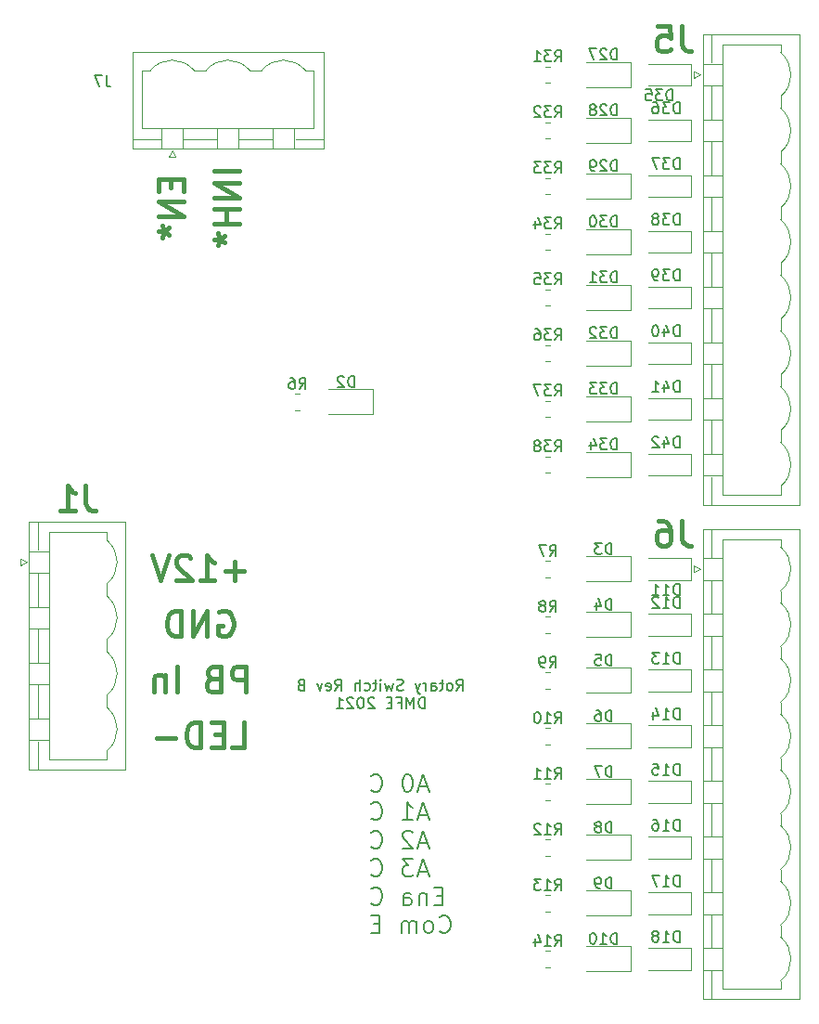
<source format=gbr>
%TF.GenerationSoftware,KiCad,Pcbnew,(5.99.0-9393-ga28cb98626)*%
%TF.CreationDate,2021-05-07T15:11:42-07:00*%
%TF.ProjectId,R_Switch,525f5377-6974-4636-982e-6b696361645f,B*%
%TF.SameCoordinates,Original*%
%TF.FileFunction,Legend,Bot*%
%TF.FilePolarity,Positive*%
%FSLAX46Y46*%
G04 Gerber Fmt 4.6, Leading zero omitted, Abs format (unit mm)*
G04 Created by KiCad (PCBNEW (5.99.0-9393-ga28cb98626)) date 2021-05-07 15:11:42*
%MOMM*%
%LPD*%
G01*
G04 APERTURE LIST*
%ADD10C,0.381000*%
%ADD11C,0.150000*%
%ADD12C,0.120000*%
G04 APERTURE END LIST*
D10*
X139464142Y-58964285D02*
X137178142Y-58964285D01*
X139464142Y-60052857D02*
X137178142Y-60052857D01*
X139464142Y-61359142D01*
X137178142Y-61359142D01*
X139464142Y-62447714D02*
X137178142Y-62447714D01*
X138266714Y-62447714D02*
X138266714Y-63754000D01*
X139464142Y-63754000D02*
X137178142Y-63754000D01*
X137178142Y-65169142D02*
X137722428Y-65169142D01*
X137504714Y-64624857D02*
X137722428Y-65169142D01*
X137504714Y-65713428D01*
X138157857Y-64842571D02*
X137722428Y-65169142D01*
X138157857Y-65495714D01*
D11*
X159328571Y-106327380D02*
X159661904Y-105851190D01*
X159900000Y-106327380D02*
X159900000Y-105327380D01*
X159519047Y-105327380D01*
X159423809Y-105375000D01*
X159376190Y-105422619D01*
X159328571Y-105517857D01*
X159328571Y-105660714D01*
X159376190Y-105755952D01*
X159423809Y-105803571D01*
X159519047Y-105851190D01*
X159900000Y-105851190D01*
X158757142Y-106327380D02*
X158852380Y-106279761D01*
X158900000Y-106232142D01*
X158947619Y-106136904D01*
X158947619Y-105851190D01*
X158900000Y-105755952D01*
X158852380Y-105708333D01*
X158757142Y-105660714D01*
X158614285Y-105660714D01*
X158519047Y-105708333D01*
X158471428Y-105755952D01*
X158423809Y-105851190D01*
X158423809Y-106136904D01*
X158471428Y-106232142D01*
X158519047Y-106279761D01*
X158614285Y-106327380D01*
X158757142Y-106327380D01*
X158138095Y-105660714D02*
X157757142Y-105660714D01*
X157995238Y-105327380D02*
X157995238Y-106184523D01*
X157947619Y-106279761D01*
X157852380Y-106327380D01*
X157757142Y-106327380D01*
X156995238Y-106327380D02*
X156995238Y-105803571D01*
X157042857Y-105708333D01*
X157138095Y-105660714D01*
X157328571Y-105660714D01*
X157423809Y-105708333D01*
X156995238Y-106279761D02*
X157090476Y-106327380D01*
X157328571Y-106327380D01*
X157423809Y-106279761D01*
X157471428Y-106184523D01*
X157471428Y-106089285D01*
X157423809Y-105994047D01*
X157328571Y-105946428D01*
X157090476Y-105946428D01*
X156995238Y-105898809D01*
X156519047Y-106327380D02*
X156519047Y-105660714D01*
X156519047Y-105851190D02*
X156471428Y-105755952D01*
X156423809Y-105708333D01*
X156328571Y-105660714D01*
X156233333Y-105660714D01*
X155995238Y-105660714D02*
X155757142Y-106327380D01*
X155519047Y-105660714D02*
X155757142Y-106327380D01*
X155852380Y-106565476D01*
X155900000Y-106613095D01*
X155995238Y-106660714D01*
X154423809Y-106279761D02*
X154280952Y-106327380D01*
X154042857Y-106327380D01*
X153947619Y-106279761D01*
X153900000Y-106232142D01*
X153852380Y-106136904D01*
X153852380Y-106041666D01*
X153900000Y-105946428D01*
X153947619Y-105898809D01*
X154042857Y-105851190D01*
X154233333Y-105803571D01*
X154328571Y-105755952D01*
X154376190Y-105708333D01*
X154423809Y-105613095D01*
X154423809Y-105517857D01*
X154376190Y-105422619D01*
X154328571Y-105375000D01*
X154233333Y-105327380D01*
X153995238Y-105327380D01*
X153852380Y-105375000D01*
X153519047Y-105660714D02*
X153328571Y-106327380D01*
X153138095Y-105851190D01*
X152947619Y-106327380D01*
X152757142Y-105660714D01*
X152376190Y-106327380D02*
X152376190Y-105660714D01*
X152376190Y-105327380D02*
X152423809Y-105375000D01*
X152376190Y-105422619D01*
X152328571Y-105375000D01*
X152376190Y-105327380D01*
X152376190Y-105422619D01*
X152042857Y-105660714D02*
X151661904Y-105660714D01*
X151900000Y-105327380D02*
X151900000Y-106184523D01*
X151852380Y-106279761D01*
X151757142Y-106327380D01*
X151661904Y-106327380D01*
X150900000Y-106279761D02*
X150995238Y-106327380D01*
X151185714Y-106327380D01*
X151280952Y-106279761D01*
X151328571Y-106232142D01*
X151376190Y-106136904D01*
X151376190Y-105851190D01*
X151328571Y-105755952D01*
X151280952Y-105708333D01*
X151185714Y-105660714D01*
X150995238Y-105660714D01*
X150900000Y-105708333D01*
X150471428Y-106327380D02*
X150471428Y-105327380D01*
X150042857Y-106327380D02*
X150042857Y-105803571D01*
X150090476Y-105708333D01*
X150185714Y-105660714D01*
X150328571Y-105660714D01*
X150423809Y-105708333D01*
X150471428Y-105755952D01*
X148233333Y-106327380D02*
X148566666Y-105851190D01*
X148804761Y-106327380D02*
X148804761Y-105327380D01*
X148423809Y-105327380D01*
X148328571Y-105375000D01*
X148280952Y-105422619D01*
X148233333Y-105517857D01*
X148233333Y-105660714D01*
X148280952Y-105755952D01*
X148328571Y-105803571D01*
X148423809Y-105851190D01*
X148804761Y-105851190D01*
X147423809Y-106279761D02*
X147519047Y-106327380D01*
X147709523Y-106327380D01*
X147804761Y-106279761D01*
X147852380Y-106184523D01*
X147852380Y-105803571D01*
X147804761Y-105708333D01*
X147709523Y-105660714D01*
X147519047Y-105660714D01*
X147423809Y-105708333D01*
X147376190Y-105803571D01*
X147376190Y-105898809D01*
X147852380Y-105994047D01*
X147042857Y-105660714D02*
X146804761Y-106327380D01*
X146566666Y-105660714D01*
X145090476Y-105803571D02*
X144947619Y-105851190D01*
X144900000Y-105898809D01*
X144852380Y-105994047D01*
X144852380Y-106136904D01*
X144900000Y-106232142D01*
X144947619Y-106279761D01*
X145042857Y-106327380D01*
X145423809Y-106327380D01*
X145423809Y-105327380D01*
X145090476Y-105327380D01*
X144995238Y-105375000D01*
X144947619Y-105422619D01*
X144900000Y-105517857D01*
X144900000Y-105613095D01*
X144947619Y-105708333D01*
X144995238Y-105755952D01*
X145090476Y-105803571D01*
X145423809Y-105803571D01*
X156400000Y-107937380D02*
X156400000Y-106937380D01*
X156161904Y-106937380D01*
X156019047Y-106985000D01*
X155923809Y-107080238D01*
X155876190Y-107175476D01*
X155828571Y-107365952D01*
X155828571Y-107508809D01*
X155876190Y-107699285D01*
X155923809Y-107794523D01*
X156019047Y-107889761D01*
X156161904Y-107937380D01*
X156400000Y-107937380D01*
X155400000Y-107937380D02*
X155400000Y-106937380D01*
X155066666Y-107651666D01*
X154733333Y-106937380D01*
X154733333Y-107937380D01*
X153923809Y-107413571D02*
X154257142Y-107413571D01*
X154257142Y-107937380D02*
X154257142Y-106937380D01*
X153780952Y-106937380D01*
X153400000Y-107413571D02*
X153066666Y-107413571D01*
X152923809Y-107937380D02*
X153400000Y-107937380D01*
X153400000Y-106937380D01*
X152923809Y-106937380D01*
X151780952Y-107032619D02*
X151733333Y-106985000D01*
X151638095Y-106937380D01*
X151400000Y-106937380D01*
X151304761Y-106985000D01*
X151257142Y-107032619D01*
X151209523Y-107127857D01*
X151209523Y-107223095D01*
X151257142Y-107365952D01*
X151828571Y-107937380D01*
X151209523Y-107937380D01*
X150590476Y-106937380D02*
X150495238Y-106937380D01*
X150400000Y-106985000D01*
X150352380Y-107032619D01*
X150304761Y-107127857D01*
X150257142Y-107318333D01*
X150257142Y-107556428D01*
X150304761Y-107746904D01*
X150352380Y-107842142D01*
X150400000Y-107889761D01*
X150495238Y-107937380D01*
X150590476Y-107937380D01*
X150685714Y-107889761D01*
X150733333Y-107842142D01*
X150780952Y-107746904D01*
X150828571Y-107556428D01*
X150828571Y-107318333D01*
X150780952Y-107127857D01*
X150733333Y-107032619D01*
X150685714Y-106985000D01*
X150590476Y-106937380D01*
X149876190Y-107032619D02*
X149828571Y-106985000D01*
X149733333Y-106937380D01*
X149495238Y-106937380D01*
X149400000Y-106985000D01*
X149352380Y-107032619D01*
X149304761Y-107127857D01*
X149304761Y-107223095D01*
X149352380Y-107365952D01*
X149923809Y-107937380D01*
X149304761Y-107937380D01*
X148352380Y-107937380D02*
X148923809Y-107937380D01*
X148638095Y-107937380D02*
X148638095Y-106937380D01*
X148733333Y-107080238D01*
X148828571Y-107175476D01*
X148923809Y-107223095D01*
X156637700Y-115110895D02*
X155875700Y-115110895D01*
X156790100Y-115568095D02*
X156256700Y-113967895D01*
X155723300Y-115568095D01*
X154885100Y-113967895D02*
X154732700Y-113967895D01*
X154580300Y-114044095D01*
X154504100Y-114120295D01*
X154427900Y-114272695D01*
X154351700Y-114577495D01*
X154351700Y-114958495D01*
X154427900Y-115263295D01*
X154504100Y-115415695D01*
X154580300Y-115491895D01*
X154732700Y-115568095D01*
X154885100Y-115568095D01*
X155037500Y-115491895D01*
X155113700Y-115415695D01*
X155189900Y-115263295D01*
X155266100Y-114958495D01*
X155266100Y-114577495D01*
X155189900Y-114272695D01*
X155113700Y-114120295D01*
X155037500Y-114044095D01*
X154885100Y-113967895D01*
X151532300Y-115415695D02*
X151608500Y-115491895D01*
X151837100Y-115568095D01*
X151989500Y-115568095D01*
X152218100Y-115491895D01*
X152370500Y-115339495D01*
X152446700Y-115187095D01*
X152522900Y-114882295D01*
X152522900Y-114653695D01*
X152446700Y-114348895D01*
X152370500Y-114196495D01*
X152218100Y-114044095D01*
X151989500Y-113967895D01*
X151837100Y-113967895D01*
X151608500Y-114044095D01*
X151532300Y-114120295D01*
X156637700Y-117687217D02*
X155875700Y-117687217D01*
X156790100Y-118144417D02*
X156256700Y-116544217D01*
X155723300Y-118144417D01*
X154351700Y-118144417D02*
X155266100Y-118144417D01*
X154808900Y-118144417D02*
X154808900Y-116544217D01*
X154961300Y-116772817D01*
X155113700Y-116925217D01*
X155266100Y-117001417D01*
X151532300Y-117992017D02*
X151608500Y-118068217D01*
X151837100Y-118144417D01*
X151989500Y-118144417D01*
X152218100Y-118068217D01*
X152370500Y-117915817D01*
X152446700Y-117763417D01*
X152522900Y-117458617D01*
X152522900Y-117230017D01*
X152446700Y-116925217D01*
X152370500Y-116772817D01*
X152218100Y-116620417D01*
X151989500Y-116544217D01*
X151837100Y-116544217D01*
X151608500Y-116620417D01*
X151532300Y-116696617D01*
X156637700Y-120263539D02*
X155875700Y-120263539D01*
X156790100Y-120720739D02*
X156256700Y-119120539D01*
X155723300Y-120720739D01*
X155266100Y-119272939D02*
X155189900Y-119196739D01*
X155037500Y-119120539D01*
X154656500Y-119120539D01*
X154504100Y-119196739D01*
X154427900Y-119272939D01*
X154351700Y-119425339D01*
X154351700Y-119577739D01*
X154427900Y-119806339D01*
X155342300Y-120720739D01*
X154351700Y-120720739D01*
X151532300Y-120568339D02*
X151608500Y-120644539D01*
X151837100Y-120720739D01*
X151989500Y-120720739D01*
X152218100Y-120644539D01*
X152370500Y-120492139D01*
X152446700Y-120339739D01*
X152522900Y-120034939D01*
X152522900Y-119806339D01*
X152446700Y-119501539D01*
X152370500Y-119349139D01*
X152218100Y-119196739D01*
X151989500Y-119120539D01*
X151837100Y-119120539D01*
X151608500Y-119196739D01*
X151532300Y-119272939D01*
X156637700Y-122839861D02*
X155875700Y-122839861D01*
X156790100Y-123297061D02*
X156256700Y-121696861D01*
X155723300Y-123297061D01*
X155342300Y-121696861D02*
X154351700Y-121696861D01*
X154885100Y-122306461D01*
X154656500Y-122306461D01*
X154504100Y-122382661D01*
X154427900Y-122458861D01*
X154351700Y-122611261D01*
X154351700Y-122992261D01*
X154427900Y-123144661D01*
X154504100Y-123220861D01*
X154656500Y-123297061D01*
X155113700Y-123297061D01*
X155266100Y-123220861D01*
X155342300Y-123144661D01*
X151532300Y-123144661D02*
X151608500Y-123220861D01*
X151837100Y-123297061D01*
X151989500Y-123297061D01*
X152218100Y-123220861D01*
X152370500Y-123068461D01*
X152446700Y-122916061D01*
X152522900Y-122611261D01*
X152522900Y-122382661D01*
X152446700Y-122077861D01*
X152370500Y-121925461D01*
X152218100Y-121773061D01*
X151989500Y-121696861D01*
X151837100Y-121696861D01*
X151608500Y-121773061D01*
X151532300Y-121849261D01*
X158009300Y-125035183D02*
X157475900Y-125035183D01*
X157247300Y-125873383D02*
X158009300Y-125873383D01*
X158009300Y-124273183D01*
X157247300Y-124273183D01*
X156561500Y-124806583D02*
X156561500Y-125873383D01*
X156561500Y-124958983D02*
X156485300Y-124882783D01*
X156332900Y-124806583D01*
X156104300Y-124806583D01*
X155951900Y-124882783D01*
X155875700Y-125035183D01*
X155875700Y-125873383D01*
X154427900Y-125873383D02*
X154427900Y-125035183D01*
X154504100Y-124882783D01*
X154656500Y-124806583D01*
X154961300Y-124806583D01*
X155113700Y-124882783D01*
X154427900Y-125797183D02*
X154580300Y-125873383D01*
X154961300Y-125873383D01*
X155113700Y-125797183D01*
X155189900Y-125644783D01*
X155189900Y-125492383D01*
X155113700Y-125339983D01*
X154961300Y-125263783D01*
X154580300Y-125263783D01*
X154427900Y-125187583D01*
X151532300Y-125720983D02*
X151608500Y-125797183D01*
X151837100Y-125873383D01*
X151989500Y-125873383D01*
X152218100Y-125797183D01*
X152370500Y-125644783D01*
X152446700Y-125492383D01*
X152522900Y-125187583D01*
X152522900Y-124958983D01*
X152446700Y-124654183D01*
X152370500Y-124501783D01*
X152218100Y-124349383D01*
X151989500Y-124273183D01*
X151837100Y-124273183D01*
X151608500Y-124349383D01*
X151532300Y-124425583D01*
X157780700Y-128297305D02*
X157856900Y-128373505D01*
X158085500Y-128449705D01*
X158237900Y-128449705D01*
X158466500Y-128373505D01*
X158618900Y-128221105D01*
X158695100Y-128068705D01*
X158771300Y-127763905D01*
X158771300Y-127535305D01*
X158695100Y-127230505D01*
X158618900Y-127078105D01*
X158466500Y-126925705D01*
X158237900Y-126849505D01*
X158085500Y-126849505D01*
X157856900Y-126925705D01*
X157780700Y-127001905D01*
X156866300Y-128449705D02*
X157018700Y-128373505D01*
X157094900Y-128297305D01*
X157171100Y-128144905D01*
X157171100Y-127687705D01*
X157094900Y-127535305D01*
X157018700Y-127459105D01*
X156866300Y-127382905D01*
X156637700Y-127382905D01*
X156485300Y-127459105D01*
X156409100Y-127535305D01*
X156332900Y-127687705D01*
X156332900Y-128144905D01*
X156409100Y-128297305D01*
X156485300Y-128373505D01*
X156637700Y-128449705D01*
X156866300Y-128449705D01*
X155647100Y-128449705D02*
X155647100Y-127382905D01*
X155647100Y-127535305D02*
X155570900Y-127459105D01*
X155418500Y-127382905D01*
X155189900Y-127382905D01*
X155037500Y-127459105D01*
X154961300Y-127611505D01*
X154961300Y-128449705D01*
X154961300Y-127611505D02*
X154885100Y-127459105D01*
X154732700Y-127382905D01*
X154504100Y-127382905D01*
X154351700Y-127459105D01*
X154275500Y-127611505D01*
X154275500Y-128449705D01*
X152294300Y-127611505D02*
X151760900Y-127611505D01*
X151532300Y-128449705D02*
X152294300Y-128449705D01*
X152294300Y-126849505D01*
X151532300Y-126849505D01*
D10*
X139917714Y-95413285D02*
X138176000Y-95413285D01*
X139046857Y-96284142D02*
X139046857Y-94542428D01*
X135890000Y-96284142D02*
X137196285Y-96284142D01*
X136543142Y-96284142D02*
X136543142Y-93998142D01*
X136760857Y-94324714D01*
X136978571Y-94542428D01*
X137196285Y-94651285D01*
X135019142Y-94215857D02*
X134910285Y-94107000D01*
X134692571Y-93998142D01*
X134148285Y-93998142D01*
X133930571Y-94107000D01*
X133821714Y-94215857D01*
X133712857Y-94433571D01*
X133712857Y-94651285D01*
X133821714Y-94977857D01*
X135128000Y-96284142D01*
X133712857Y-96284142D01*
X133059714Y-93998142D02*
X132297714Y-96284142D01*
X131535714Y-93998142D01*
X133186714Y-59671857D02*
X133186714Y-60433857D01*
X134384142Y-60760428D02*
X134384142Y-59671857D01*
X132098142Y-59671857D01*
X132098142Y-60760428D01*
X134384142Y-61740142D02*
X132098142Y-61740142D01*
X134384142Y-63046428D01*
X132098142Y-63046428D01*
X132098142Y-64461571D02*
X132642428Y-64461571D01*
X132424714Y-63917285D02*
X132642428Y-64461571D01*
X132424714Y-65005857D01*
X133077857Y-64135000D02*
X132642428Y-64461571D01*
X133077857Y-64788142D01*
X137631714Y-99187000D02*
X137849428Y-99078142D01*
X138176000Y-99078142D01*
X138502571Y-99187000D01*
X138720285Y-99404714D01*
X138829142Y-99622428D01*
X138938000Y-100057857D01*
X138938000Y-100384428D01*
X138829142Y-100819857D01*
X138720285Y-101037571D01*
X138502571Y-101255285D01*
X138176000Y-101364142D01*
X137958285Y-101364142D01*
X137631714Y-101255285D01*
X137522857Y-101146428D01*
X137522857Y-100384428D01*
X137958285Y-100384428D01*
X136543142Y-101364142D02*
X136543142Y-99078142D01*
X135236857Y-101364142D01*
X135236857Y-99078142D01*
X134148285Y-101364142D02*
X134148285Y-99078142D01*
X133604000Y-99078142D01*
X133277428Y-99187000D01*
X133059714Y-99404714D01*
X132950857Y-99622428D01*
X132842000Y-100057857D01*
X132842000Y-100384428D01*
X132950857Y-100819857D01*
X133059714Y-101037571D01*
X133277428Y-101255285D01*
X133604000Y-101364142D01*
X134148285Y-101364142D01*
X140081000Y-106444142D02*
X140081000Y-104158142D01*
X139210142Y-104158142D01*
X138992428Y-104267000D01*
X138883571Y-104375857D01*
X138774714Y-104593571D01*
X138774714Y-104920142D01*
X138883571Y-105137857D01*
X138992428Y-105246714D01*
X139210142Y-105355571D01*
X140081000Y-105355571D01*
X137033000Y-105246714D02*
X136706428Y-105355571D01*
X136597571Y-105464428D01*
X136488714Y-105682142D01*
X136488714Y-106008714D01*
X136597571Y-106226428D01*
X136706428Y-106335285D01*
X136924142Y-106444142D01*
X137795000Y-106444142D01*
X137795000Y-104158142D01*
X137033000Y-104158142D01*
X136815285Y-104267000D01*
X136706428Y-104375857D01*
X136597571Y-104593571D01*
X136597571Y-104811285D01*
X136706428Y-105029000D01*
X136815285Y-105137857D01*
X137033000Y-105246714D01*
X137795000Y-105246714D01*
X133767285Y-106444142D02*
X133767285Y-104158142D01*
X132678714Y-104920142D02*
X132678714Y-106444142D01*
X132678714Y-105137857D02*
X132569857Y-105029000D01*
X132352142Y-104920142D01*
X132025571Y-104920142D01*
X131807857Y-105029000D01*
X131699000Y-105246714D01*
X131699000Y-106444142D01*
X138774714Y-111524142D02*
X139863285Y-111524142D01*
X139863285Y-109238142D01*
X138012714Y-110326714D02*
X137250714Y-110326714D01*
X136924142Y-111524142D02*
X138012714Y-111524142D01*
X138012714Y-109238142D01*
X136924142Y-109238142D01*
X135944428Y-111524142D02*
X135944428Y-109238142D01*
X135400142Y-109238142D01*
X135073571Y-109347000D01*
X134855857Y-109564714D01*
X134747000Y-109782428D01*
X134638142Y-110217857D01*
X134638142Y-110544428D01*
X134747000Y-110979857D01*
X134855857Y-111197571D01*
X135073571Y-111415285D01*
X135400142Y-111524142D01*
X135944428Y-111524142D01*
X133658428Y-110653285D02*
X131916714Y-110653285D01*
D11*
%TO.C,D11*%
X179649285Y-97607380D02*
X179649285Y-96607380D01*
X179411190Y-96607380D01*
X179268333Y-96655000D01*
X179173095Y-96750238D01*
X179125476Y-96845476D01*
X179077857Y-97035952D01*
X179077857Y-97178809D01*
X179125476Y-97369285D01*
X179173095Y-97464523D01*
X179268333Y-97559761D01*
X179411190Y-97607380D01*
X179649285Y-97607380D01*
X178125476Y-97607380D02*
X178696904Y-97607380D01*
X178411190Y-97607380D02*
X178411190Y-96607380D01*
X178506428Y-96750238D01*
X178601666Y-96845476D01*
X178696904Y-96893095D01*
X177173095Y-97607380D02*
X177744523Y-97607380D01*
X177458809Y-97607380D02*
X177458809Y-96607380D01*
X177554047Y-96750238D01*
X177649285Y-96845476D01*
X177744523Y-96893095D01*
%TO.C,D2*%
X149963095Y-78642380D02*
X149963095Y-77642380D01*
X149725000Y-77642380D01*
X149582142Y-77690000D01*
X149486904Y-77785238D01*
X149439285Y-77880476D01*
X149391666Y-78070952D01*
X149391666Y-78213809D01*
X149439285Y-78404285D01*
X149486904Y-78499523D01*
X149582142Y-78594761D01*
X149725000Y-78642380D01*
X149963095Y-78642380D01*
X149010714Y-77737619D02*
X148963095Y-77690000D01*
X148867857Y-77642380D01*
X148629761Y-77642380D01*
X148534523Y-77690000D01*
X148486904Y-77737619D01*
X148439285Y-77832857D01*
X148439285Y-77928095D01*
X148486904Y-78070952D01*
X149058333Y-78642380D01*
X148439285Y-78642380D01*
%TO.C,D28*%
X173934285Y-53877380D02*
X173934285Y-52877380D01*
X173696190Y-52877380D01*
X173553333Y-52925000D01*
X173458095Y-53020238D01*
X173410476Y-53115476D01*
X173362857Y-53305952D01*
X173362857Y-53448809D01*
X173410476Y-53639285D01*
X173458095Y-53734523D01*
X173553333Y-53829761D01*
X173696190Y-53877380D01*
X173934285Y-53877380D01*
X172981904Y-52972619D02*
X172934285Y-52925000D01*
X172839047Y-52877380D01*
X172600952Y-52877380D01*
X172505714Y-52925000D01*
X172458095Y-52972619D01*
X172410476Y-53067857D01*
X172410476Y-53163095D01*
X172458095Y-53305952D01*
X173029523Y-53877380D01*
X172410476Y-53877380D01*
X171839047Y-53305952D02*
X171934285Y-53258333D01*
X171981904Y-53210714D01*
X172029523Y-53115476D01*
X172029523Y-53067857D01*
X171981904Y-52972619D01*
X171934285Y-52925000D01*
X171839047Y-52877380D01*
X171648571Y-52877380D01*
X171553333Y-52925000D01*
X171505714Y-52972619D01*
X171458095Y-53067857D01*
X171458095Y-53115476D01*
X171505714Y-53210714D01*
X171553333Y-53258333D01*
X171648571Y-53305952D01*
X171839047Y-53305952D01*
X171934285Y-53353571D01*
X171981904Y-53401190D01*
X172029523Y-53496428D01*
X172029523Y-53686904D01*
X171981904Y-53782142D01*
X171934285Y-53829761D01*
X171839047Y-53877380D01*
X171648571Y-53877380D01*
X171553333Y-53829761D01*
X171505714Y-53782142D01*
X171458095Y-53686904D01*
X171458095Y-53496428D01*
X171505714Y-53401190D01*
X171553333Y-53353571D01*
X171648571Y-53305952D01*
%TO.C,R10*%
X168282857Y-109292380D02*
X168616190Y-108816190D01*
X168854285Y-109292380D02*
X168854285Y-108292380D01*
X168473333Y-108292380D01*
X168378095Y-108340000D01*
X168330476Y-108387619D01*
X168282857Y-108482857D01*
X168282857Y-108625714D01*
X168330476Y-108720952D01*
X168378095Y-108768571D01*
X168473333Y-108816190D01*
X168854285Y-108816190D01*
X167330476Y-109292380D02*
X167901904Y-109292380D01*
X167616190Y-109292380D02*
X167616190Y-108292380D01*
X167711428Y-108435238D01*
X167806666Y-108530476D01*
X167901904Y-108578095D01*
X166711428Y-108292380D02*
X166616190Y-108292380D01*
X166520952Y-108340000D01*
X166473333Y-108387619D01*
X166425714Y-108482857D01*
X166378095Y-108673333D01*
X166378095Y-108911428D01*
X166425714Y-109101904D01*
X166473333Y-109197142D01*
X166520952Y-109244761D01*
X166616190Y-109292380D01*
X166711428Y-109292380D01*
X166806666Y-109244761D01*
X166854285Y-109197142D01*
X166901904Y-109101904D01*
X166949523Y-108911428D01*
X166949523Y-108673333D01*
X166901904Y-108482857D01*
X166854285Y-108387619D01*
X166806666Y-108340000D01*
X166711428Y-108292380D01*
%TO.C,D32*%
X173934285Y-74197380D02*
X173934285Y-73197380D01*
X173696190Y-73197380D01*
X173553333Y-73245000D01*
X173458095Y-73340238D01*
X173410476Y-73435476D01*
X173362857Y-73625952D01*
X173362857Y-73768809D01*
X173410476Y-73959285D01*
X173458095Y-74054523D01*
X173553333Y-74149761D01*
X173696190Y-74197380D01*
X173934285Y-74197380D01*
X173029523Y-73197380D02*
X172410476Y-73197380D01*
X172743809Y-73578333D01*
X172600952Y-73578333D01*
X172505714Y-73625952D01*
X172458095Y-73673571D01*
X172410476Y-73768809D01*
X172410476Y-74006904D01*
X172458095Y-74102142D01*
X172505714Y-74149761D01*
X172600952Y-74197380D01*
X172886666Y-74197380D01*
X172981904Y-74149761D01*
X173029523Y-74102142D01*
X172029523Y-73292619D02*
X171981904Y-73245000D01*
X171886666Y-73197380D01*
X171648571Y-73197380D01*
X171553333Y-73245000D01*
X171505714Y-73292619D01*
X171458095Y-73387857D01*
X171458095Y-73483095D01*
X171505714Y-73625952D01*
X172077142Y-74197380D01*
X171458095Y-74197380D01*
%TO.C,R32*%
X168282857Y-54047380D02*
X168616190Y-53571190D01*
X168854285Y-54047380D02*
X168854285Y-53047380D01*
X168473333Y-53047380D01*
X168378095Y-53095000D01*
X168330476Y-53142619D01*
X168282857Y-53237857D01*
X168282857Y-53380714D01*
X168330476Y-53475952D01*
X168378095Y-53523571D01*
X168473333Y-53571190D01*
X168854285Y-53571190D01*
X167949523Y-53047380D02*
X167330476Y-53047380D01*
X167663809Y-53428333D01*
X167520952Y-53428333D01*
X167425714Y-53475952D01*
X167378095Y-53523571D01*
X167330476Y-53618809D01*
X167330476Y-53856904D01*
X167378095Y-53952142D01*
X167425714Y-53999761D01*
X167520952Y-54047380D01*
X167806666Y-54047380D01*
X167901904Y-53999761D01*
X167949523Y-53952142D01*
X166949523Y-53142619D02*
X166901904Y-53095000D01*
X166806666Y-53047380D01*
X166568571Y-53047380D01*
X166473333Y-53095000D01*
X166425714Y-53142619D01*
X166378095Y-53237857D01*
X166378095Y-53333095D01*
X166425714Y-53475952D01*
X166997142Y-54047380D01*
X166378095Y-54047380D01*
%TO.C,R37*%
X168282857Y-79447380D02*
X168616190Y-78971190D01*
X168854285Y-79447380D02*
X168854285Y-78447380D01*
X168473333Y-78447380D01*
X168378095Y-78495000D01*
X168330476Y-78542619D01*
X168282857Y-78637857D01*
X168282857Y-78780714D01*
X168330476Y-78875952D01*
X168378095Y-78923571D01*
X168473333Y-78971190D01*
X168854285Y-78971190D01*
X167949523Y-78447380D02*
X167330476Y-78447380D01*
X167663809Y-78828333D01*
X167520952Y-78828333D01*
X167425714Y-78875952D01*
X167378095Y-78923571D01*
X167330476Y-79018809D01*
X167330476Y-79256904D01*
X167378095Y-79352142D01*
X167425714Y-79399761D01*
X167520952Y-79447380D01*
X167806666Y-79447380D01*
X167901904Y-79399761D01*
X167949523Y-79352142D01*
X166997142Y-78447380D02*
X166330476Y-78447380D01*
X166759047Y-79447380D01*
%TO.C,R33*%
X168282857Y-59127380D02*
X168616190Y-58651190D01*
X168854285Y-59127380D02*
X168854285Y-58127380D01*
X168473333Y-58127380D01*
X168378095Y-58175000D01*
X168330476Y-58222619D01*
X168282857Y-58317857D01*
X168282857Y-58460714D01*
X168330476Y-58555952D01*
X168378095Y-58603571D01*
X168473333Y-58651190D01*
X168854285Y-58651190D01*
X167949523Y-58127380D02*
X167330476Y-58127380D01*
X167663809Y-58508333D01*
X167520952Y-58508333D01*
X167425714Y-58555952D01*
X167378095Y-58603571D01*
X167330476Y-58698809D01*
X167330476Y-58936904D01*
X167378095Y-59032142D01*
X167425714Y-59079761D01*
X167520952Y-59127380D01*
X167806666Y-59127380D01*
X167901904Y-59079761D01*
X167949523Y-59032142D01*
X166997142Y-58127380D02*
X166378095Y-58127380D01*
X166711428Y-58508333D01*
X166568571Y-58508333D01*
X166473333Y-58555952D01*
X166425714Y-58603571D01*
X166378095Y-58698809D01*
X166378095Y-58936904D01*
X166425714Y-59032142D01*
X166473333Y-59079761D01*
X166568571Y-59127380D01*
X166854285Y-59127380D01*
X166949523Y-59079761D01*
X166997142Y-59032142D01*
%TO.C,D35*%
X179014285Y-52522380D02*
X179014285Y-51522380D01*
X178776190Y-51522380D01*
X178633333Y-51570000D01*
X178538095Y-51665238D01*
X178490476Y-51760476D01*
X178442857Y-51950952D01*
X178442857Y-52093809D01*
X178490476Y-52284285D01*
X178538095Y-52379523D01*
X178633333Y-52474761D01*
X178776190Y-52522380D01*
X179014285Y-52522380D01*
X178109523Y-51522380D02*
X177490476Y-51522380D01*
X177823809Y-51903333D01*
X177680952Y-51903333D01*
X177585714Y-51950952D01*
X177538095Y-51998571D01*
X177490476Y-52093809D01*
X177490476Y-52331904D01*
X177538095Y-52427142D01*
X177585714Y-52474761D01*
X177680952Y-52522380D01*
X177966666Y-52522380D01*
X178061904Y-52474761D01*
X178109523Y-52427142D01*
X176585714Y-51522380D02*
X177061904Y-51522380D01*
X177109523Y-51998571D01*
X177061904Y-51950952D01*
X176966666Y-51903333D01*
X176728571Y-51903333D01*
X176633333Y-51950952D01*
X176585714Y-51998571D01*
X176538095Y-52093809D01*
X176538095Y-52331904D01*
X176585714Y-52427142D01*
X176633333Y-52474761D01*
X176728571Y-52522380D01*
X176966666Y-52522380D01*
X177061904Y-52474761D01*
X177109523Y-52427142D01*
%TO.C,D41*%
X179649285Y-79097380D02*
X179649285Y-78097380D01*
X179411190Y-78097380D01*
X179268333Y-78145000D01*
X179173095Y-78240238D01*
X179125476Y-78335476D01*
X179077857Y-78525952D01*
X179077857Y-78668809D01*
X179125476Y-78859285D01*
X179173095Y-78954523D01*
X179268333Y-79049761D01*
X179411190Y-79097380D01*
X179649285Y-79097380D01*
X178220714Y-78430714D02*
X178220714Y-79097380D01*
X178458809Y-78049761D02*
X178696904Y-78764047D01*
X178077857Y-78764047D01*
X177173095Y-79097380D02*
X177744523Y-79097380D01*
X177458809Y-79097380D02*
X177458809Y-78097380D01*
X177554047Y-78240238D01*
X177649285Y-78335476D01*
X177744523Y-78383095D01*
%TO.C,D29*%
X173934285Y-58957380D02*
X173934285Y-57957380D01*
X173696190Y-57957380D01*
X173553333Y-58005000D01*
X173458095Y-58100238D01*
X173410476Y-58195476D01*
X173362857Y-58385952D01*
X173362857Y-58528809D01*
X173410476Y-58719285D01*
X173458095Y-58814523D01*
X173553333Y-58909761D01*
X173696190Y-58957380D01*
X173934285Y-58957380D01*
X172981904Y-58052619D02*
X172934285Y-58005000D01*
X172839047Y-57957380D01*
X172600952Y-57957380D01*
X172505714Y-58005000D01*
X172458095Y-58052619D01*
X172410476Y-58147857D01*
X172410476Y-58243095D01*
X172458095Y-58385952D01*
X173029523Y-58957380D01*
X172410476Y-58957380D01*
X171934285Y-58957380D02*
X171743809Y-58957380D01*
X171648571Y-58909761D01*
X171600952Y-58862142D01*
X171505714Y-58719285D01*
X171458095Y-58528809D01*
X171458095Y-58147857D01*
X171505714Y-58052619D01*
X171553333Y-58005000D01*
X171648571Y-57957380D01*
X171839047Y-57957380D01*
X171934285Y-58005000D01*
X171981904Y-58052619D01*
X172029523Y-58147857D01*
X172029523Y-58385952D01*
X171981904Y-58481190D01*
X171934285Y-58528809D01*
X171839047Y-58576428D01*
X171648571Y-58576428D01*
X171553333Y-58528809D01*
X171505714Y-58481190D01*
X171458095Y-58385952D01*
%TO.C,D6*%
X173458095Y-109122380D02*
X173458095Y-108122380D01*
X173220000Y-108122380D01*
X173077142Y-108170000D01*
X172981904Y-108265238D01*
X172934285Y-108360476D01*
X172886666Y-108550952D01*
X172886666Y-108693809D01*
X172934285Y-108884285D01*
X172981904Y-108979523D01*
X173077142Y-109074761D01*
X173220000Y-109122380D01*
X173458095Y-109122380D01*
X172029523Y-108122380D02*
X172220000Y-108122380D01*
X172315238Y-108170000D01*
X172362857Y-108217619D01*
X172458095Y-108360476D01*
X172505714Y-108550952D01*
X172505714Y-108931904D01*
X172458095Y-109027142D01*
X172410476Y-109074761D01*
X172315238Y-109122380D01*
X172124761Y-109122380D01*
X172029523Y-109074761D01*
X171981904Y-109027142D01*
X171934285Y-108931904D01*
X171934285Y-108693809D01*
X171981904Y-108598571D01*
X172029523Y-108550952D01*
X172124761Y-108503333D01*
X172315238Y-108503333D01*
X172410476Y-108550952D01*
X172458095Y-108598571D01*
X172505714Y-108693809D01*
%TO.C,R38*%
X168282857Y-84527380D02*
X168616190Y-84051190D01*
X168854285Y-84527380D02*
X168854285Y-83527380D01*
X168473333Y-83527380D01*
X168378095Y-83575000D01*
X168330476Y-83622619D01*
X168282857Y-83717857D01*
X168282857Y-83860714D01*
X168330476Y-83955952D01*
X168378095Y-84003571D01*
X168473333Y-84051190D01*
X168854285Y-84051190D01*
X167949523Y-83527380D02*
X167330476Y-83527380D01*
X167663809Y-83908333D01*
X167520952Y-83908333D01*
X167425714Y-83955952D01*
X167378095Y-84003571D01*
X167330476Y-84098809D01*
X167330476Y-84336904D01*
X167378095Y-84432142D01*
X167425714Y-84479761D01*
X167520952Y-84527380D01*
X167806666Y-84527380D01*
X167901904Y-84479761D01*
X167949523Y-84432142D01*
X166759047Y-83955952D02*
X166854285Y-83908333D01*
X166901904Y-83860714D01*
X166949523Y-83765476D01*
X166949523Y-83717857D01*
X166901904Y-83622619D01*
X166854285Y-83575000D01*
X166759047Y-83527380D01*
X166568571Y-83527380D01*
X166473333Y-83575000D01*
X166425714Y-83622619D01*
X166378095Y-83717857D01*
X166378095Y-83765476D01*
X166425714Y-83860714D01*
X166473333Y-83908333D01*
X166568571Y-83955952D01*
X166759047Y-83955952D01*
X166854285Y-84003571D01*
X166901904Y-84051190D01*
X166949523Y-84146428D01*
X166949523Y-84336904D01*
X166901904Y-84432142D01*
X166854285Y-84479761D01*
X166759047Y-84527380D01*
X166568571Y-84527380D01*
X166473333Y-84479761D01*
X166425714Y-84432142D01*
X166378095Y-84336904D01*
X166378095Y-84146428D01*
X166425714Y-84051190D01*
X166473333Y-84003571D01*
X166568571Y-83955952D01*
%TO.C,D5*%
X173458095Y-104042380D02*
X173458095Y-103042380D01*
X173220000Y-103042380D01*
X173077142Y-103090000D01*
X172981904Y-103185238D01*
X172934285Y-103280476D01*
X172886666Y-103470952D01*
X172886666Y-103613809D01*
X172934285Y-103804285D01*
X172981904Y-103899523D01*
X173077142Y-103994761D01*
X173220000Y-104042380D01*
X173458095Y-104042380D01*
X171981904Y-103042380D02*
X172458095Y-103042380D01*
X172505714Y-103518571D01*
X172458095Y-103470952D01*
X172362857Y-103423333D01*
X172124761Y-103423333D01*
X172029523Y-103470952D01*
X171981904Y-103518571D01*
X171934285Y-103613809D01*
X171934285Y-103851904D01*
X171981904Y-103947142D01*
X172029523Y-103994761D01*
X172124761Y-104042380D01*
X172362857Y-104042380D01*
X172458095Y-103994761D01*
X172505714Y-103947142D01*
%TO.C,R8*%
X167806666Y-99132380D02*
X168140000Y-98656190D01*
X168378095Y-99132380D02*
X168378095Y-98132380D01*
X167997142Y-98132380D01*
X167901904Y-98180000D01*
X167854285Y-98227619D01*
X167806666Y-98322857D01*
X167806666Y-98465714D01*
X167854285Y-98560952D01*
X167901904Y-98608571D01*
X167997142Y-98656190D01*
X168378095Y-98656190D01*
X167235238Y-98560952D02*
X167330476Y-98513333D01*
X167378095Y-98465714D01*
X167425714Y-98370476D01*
X167425714Y-98322857D01*
X167378095Y-98227619D01*
X167330476Y-98180000D01*
X167235238Y-98132380D01*
X167044761Y-98132380D01*
X166949523Y-98180000D01*
X166901904Y-98227619D01*
X166854285Y-98322857D01*
X166854285Y-98370476D01*
X166901904Y-98465714D01*
X166949523Y-98513333D01*
X167044761Y-98560952D01*
X167235238Y-98560952D01*
X167330476Y-98608571D01*
X167378095Y-98656190D01*
X167425714Y-98751428D01*
X167425714Y-98941904D01*
X167378095Y-99037142D01*
X167330476Y-99084761D01*
X167235238Y-99132380D01*
X167044761Y-99132380D01*
X166949523Y-99084761D01*
X166901904Y-99037142D01*
X166854285Y-98941904D01*
X166854285Y-98751428D01*
X166901904Y-98656190D01*
X166949523Y-98608571D01*
X167044761Y-98560952D01*
%TO.C,D14*%
X179649285Y-108942380D02*
X179649285Y-107942380D01*
X179411190Y-107942380D01*
X179268333Y-107990000D01*
X179173095Y-108085238D01*
X179125476Y-108180476D01*
X179077857Y-108370952D01*
X179077857Y-108513809D01*
X179125476Y-108704285D01*
X179173095Y-108799523D01*
X179268333Y-108894761D01*
X179411190Y-108942380D01*
X179649285Y-108942380D01*
X178125476Y-108942380D02*
X178696904Y-108942380D01*
X178411190Y-108942380D02*
X178411190Y-107942380D01*
X178506428Y-108085238D01*
X178601666Y-108180476D01*
X178696904Y-108228095D01*
X177268333Y-108275714D02*
X177268333Y-108942380D01*
X177506428Y-107894761D02*
X177744523Y-108609047D01*
X177125476Y-108609047D01*
%TO.C,R35*%
X168282857Y-69287380D02*
X168616190Y-68811190D01*
X168854285Y-69287380D02*
X168854285Y-68287380D01*
X168473333Y-68287380D01*
X168378095Y-68335000D01*
X168330476Y-68382619D01*
X168282857Y-68477857D01*
X168282857Y-68620714D01*
X168330476Y-68715952D01*
X168378095Y-68763571D01*
X168473333Y-68811190D01*
X168854285Y-68811190D01*
X167949523Y-68287380D02*
X167330476Y-68287380D01*
X167663809Y-68668333D01*
X167520952Y-68668333D01*
X167425714Y-68715952D01*
X167378095Y-68763571D01*
X167330476Y-68858809D01*
X167330476Y-69096904D01*
X167378095Y-69192142D01*
X167425714Y-69239761D01*
X167520952Y-69287380D01*
X167806666Y-69287380D01*
X167901904Y-69239761D01*
X167949523Y-69192142D01*
X166425714Y-68287380D02*
X166901904Y-68287380D01*
X166949523Y-68763571D01*
X166901904Y-68715952D01*
X166806666Y-68668333D01*
X166568571Y-68668333D01*
X166473333Y-68715952D01*
X166425714Y-68763571D01*
X166378095Y-68858809D01*
X166378095Y-69096904D01*
X166425714Y-69192142D01*
X166473333Y-69239761D01*
X166568571Y-69287380D01*
X166806666Y-69287380D01*
X166901904Y-69239761D01*
X166949523Y-69192142D01*
%TO.C,R13*%
X168282857Y-124532380D02*
X168616190Y-124056190D01*
X168854285Y-124532380D02*
X168854285Y-123532380D01*
X168473333Y-123532380D01*
X168378095Y-123580000D01*
X168330476Y-123627619D01*
X168282857Y-123722857D01*
X168282857Y-123865714D01*
X168330476Y-123960952D01*
X168378095Y-124008571D01*
X168473333Y-124056190D01*
X168854285Y-124056190D01*
X167330476Y-124532380D02*
X167901904Y-124532380D01*
X167616190Y-124532380D02*
X167616190Y-123532380D01*
X167711428Y-123675238D01*
X167806666Y-123770476D01*
X167901904Y-123818095D01*
X166997142Y-123532380D02*
X166378095Y-123532380D01*
X166711428Y-123913333D01*
X166568571Y-123913333D01*
X166473333Y-123960952D01*
X166425714Y-124008571D01*
X166378095Y-124103809D01*
X166378095Y-124341904D01*
X166425714Y-124437142D01*
X166473333Y-124484761D01*
X166568571Y-124532380D01*
X166854285Y-124532380D01*
X166949523Y-124484761D01*
X166997142Y-124437142D01*
%TO.C,R14*%
X168282857Y-129612380D02*
X168616190Y-129136190D01*
X168854285Y-129612380D02*
X168854285Y-128612380D01*
X168473333Y-128612380D01*
X168378095Y-128660000D01*
X168330476Y-128707619D01*
X168282857Y-128802857D01*
X168282857Y-128945714D01*
X168330476Y-129040952D01*
X168378095Y-129088571D01*
X168473333Y-129136190D01*
X168854285Y-129136190D01*
X167330476Y-129612380D02*
X167901904Y-129612380D01*
X167616190Y-129612380D02*
X167616190Y-128612380D01*
X167711428Y-128755238D01*
X167806666Y-128850476D01*
X167901904Y-128898095D01*
X166473333Y-128945714D02*
X166473333Y-129612380D01*
X166711428Y-128564761D02*
X166949523Y-129279047D01*
X166330476Y-129279047D01*
D10*
%TO.C,J5*%
X179832000Y-45738142D02*
X179832000Y-47371000D01*
X179940857Y-47697571D01*
X180158571Y-47915285D01*
X180485142Y-48024142D01*
X180702857Y-48024142D01*
X177654857Y-45738142D02*
X178743428Y-45738142D01*
X178852285Y-46826714D01*
X178743428Y-46717857D01*
X178525714Y-46609000D01*
X177981428Y-46609000D01*
X177763714Y-46717857D01*
X177654857Y-46826714D01*
X177546000Y-47044428D01*
X177546000Y-47588714D01*
X177654857Y-47806428D01*
X177763714Y-47915285D01*
X177981428Y-48024142D01*
X178525714Y-48024142D01*
X178743428Y-47915285D01*
X178852285Y-47806428D01*
D11*
%TO.C,D37*%
X179649285Y-58777380D02*
X179649285Y-57777380D01*
X179411190Y-57777380D01*
X179268333Y-57825000D01*
X179173095Y-57920238D01*
X179125476Y-58015476D01*
X179077857Y-58205952D01*
X179077857Y-58348809D01*
X179125476Y-58539285D01*
X179173095Y-58634523D01*
X179268333Y-58729761D01*
X179411190Y-58777380D01*
X179649285Y-58777380D01*
X178744523Y-57777380D02*
X178125476Y-57777380D01*
X178458809Y-58158333D01*
X178315952Y-58158333D01*
X178220714Y-58205952D01*
X178173095Y-58253571D01*
X178125476Y-58348809D01*
X178125476Y-58586904D01*
X178173095Y-58682142D01*
X178220714Y-58729761D01*
X178315952Y-58777380D01*
X178601666Y-58777380D01*
X178696904Y-58729761D01*
X178744523Y-58682142D01*
X177792142Y-57777380D02*
X177125476Y-57777380D01*
X177554047Y-58777380D01*
%TO.C,D9*%
X173458095Y-124362380D02*
X173458095Y-123362380D01*
X173220000Y-123362380D01*
X173077142Y-123410000D01*
X172981904Y-123505238D01*
X172934285Y-123600476D01*
X172886666Y-123790952D01*
X172886666Y-123933809D01*
X172934285Y-124124285D01*
X172981904Y-124219523D01*
X173077142Y-124314761D01*
X173220000Y-124362380D01*
X173458095Y-124362380D01*
X172410476Y-124362380D02*
X172220000Y-124362380D01*
X172124761Y-124314761D01*
X172077142Y-124267142D01*
X171981904Y-124124285D01*
X171934285Y-123933809D01*
X171934285Y-123552857D01*
X171981904Y-123457619D01*
X172029523Y-123410000D01*
X172124761Y-123362380D01*
X172315238Y-123362380D01*
X172410476Y-123410000D01*
X172458095Y-123457619D01*
X172505714Y-123552857D01*
X172505714Y-123790952D01*
X172458095Y-123886190D01*
X172410476Y-123933809D01*
X172315238Y-123981428D01*
X172124761Y-123981428D01*
X172029523Y-123933809D01*
X171981904Y-123886190D01*
X171934285Y-123790952D01*
%TO.C,D33*%
X173934285Y-79277380D02*
X173934285Y-78277380D01*
X173696190Y-78277380D01*
X173553333Y-78325000D01*
X173458095Y-78420238D01*
X173410476Y-78515476D01*
X173362857Y-78705952D01*
X173362857Y-78848809D01*
X173410476Y-79039285D01*
X173458095Y-79134523D01*
X173553333Y-79229761D01*
X173696190Y-79277380D01*
X173934285Y-79277380D01*
X173029523Y-78277380D02*
X172410476Y-78277380D01*
X172743809Y-78658333D01*
X172600952Y-78658333D01*
X172505714Y-78705952D01*
X172458095Y-78753571D01*
X172410476Y-78848809D01*
X172410476Y-79086904D01*
X172458095Y-79182142D01*
X172505714Y-79229761D01*
X172600952Y-79277380D01*
X172886666Y-79277380D01*
X172981904Y-79229761D01*
X173029523Y-79182142D01*
X172077142Y-78277380D02*
X171458095Y-78277380D01*
X171791428Y-78658333D01*
X171648571Y-78658333D01*
X171553333Y-78705952D01*
X171505714Y-78753571D01*
X171458095Y-78848809D01*
X171458095Y-79086904D01*
X171505714Y-79182142D01*
X171553333Y-79229761D01*
X171648571Y-79277380D01*
X171934285Y-79277380D01*
X172029523Y-79229761D01*
X172077142Y-79182142D01*
%TO.C,D30*%
X173934285Y-64037380D02*
X173934285Y-63037380D01*
X173696190Y-63037380D01*
X173553333Y-63085000D01*
X173458095Y-63180238D01*
X173410476Y-63275476D01*
X173362857Y-63465952D01*
X173362857Y-63608809D01*
X173410476Y-63799285D01*
X173458095Y-63894523D01*
X173553333Y-63989761D01*
X173696190Y-64037380D01*
X173934285Y-64037380D01*
X173029523Y-63037380D02*
X172410476Y-63037380D01*
X172743809Y-63418333D01*
X172600952Y-63418333D01*
X172505714Y-63465952D01*
X172458095Y-63513571D01*
X172410476Y-63608809D01*
X172410476Y-63846904D01*
X172458095Y-63942142D01*
X172505714Y-63989761D01*
X172600952Y-64037380D01*
X172886666Y-64037380D01*
X172981904Y-63989761D01*
X173029523Y-63942142D01*
X171791428Y-63037380D02*
X171696190Y-63037380D01*
X171600952Y-63085000D01*
X171553333Y-63132619D01*
X171505714Y-63227857D01*
X171458095Y-63418333D01*
X171458095Y-63656428D01*
X171505714Y-63846904D01*
X171553333Y-63942142D01*
X171600952Y-63989761D01*
X171696190Y-64037380D01*
X171791428Y-64037380D01*
X171886666Y-63989761D01*
X171934285Y-63942142D01*
X171981904Y-63846904D01*
X172029523Y-63656428D01*
X172029523Y-63418333D01*
X171981904Y-63227857D01*
X171934285Y-63132619D01*
X171886666Y-63085000D01*
X171791428Y-63037380D01*
D10*
%TO.C,J6*%
X179832000Y-90823142D02*
X179832000Y-92456000D01*
X179940857Y-92782571D01*
X180158571Y-93000285D01*
X180485142Y-93109142D01*
X180702857Y-93109142D01*
X177763714Y-90823142D02*
X178199142Y-90823142D01*
X178416857Y-90932000D01*
X178525714Y-91040857D01*
X178743428Y-91367428D01*
X178852285Y-91802857D01*
X178852285Y-92673714D01*
X178743428Y-92891428D01*
X178634571Y-93000285D01*
X178416857Y-93109142D01*
X177981428Y-93109142D01*
X177763714Y-93000285D01*
X177654857Y-92891428D01*
X177546000Y-92673714D01*
X177546000Y-92129428D01*
X177654857Y-91911714D01*
X177763714Y-91802857D01*
X177981428Y-91694000D01*
X178416857Y-91694000D01*
X178634571Y-91802857D01*
X178743428Y-91911714D01*
X178852285Y-92129428D01*
D11*
%TO.C,D27*%
X173934285Y-48797380D02*
X173934285Y-47797380D01*
X173696190Y-47797380D01*
X173553333Y-47845000D01*
X173458095Y-47940238D01*
X173410476Y-48035476D01*
X173362857Y-48225952D01*
X173362857Y-48368809D01*
X173410476Y-48559285D01*
X173458095Y-48654523D01*
X173553333Y-48749761D01*
X173696190Y-48797380D01*
X173934285Y-48797380D01*
X172981904Y-47892619D02*
X172934285Y-47845000D01*
X172839047Y-47797380D01*
X172600952Y-47797380D01*
X172505714Y-47845000D01*
X172458095Y-47892619D01*
X172410476Y-47987857D01*
X172410476Y-48083095D01*
X172458095Y-48225952D01*
X173029523Y-48797380D01*
X172410476Y-48797380D01*
X172077142Y-47797380D02*
X171410476Y-47797380D01*
X171839047Y-48797380D01*
%TO.C,R34*%
X168282857Y-64207380D02*
X168616190Y-63731190D01*
X168854285Y-64207380D02*
X168854285Y-63207380D01*
X168473333Y-63207380D01*
X168378095Y-63255000D01*
X168330476Y-63302619D01*
X168282857Y-63397857D01*
X168282857Y-63540714D01*
X168330476Y-63635952D01*
X168378095Y-63683571D01*
X168473333Y-63731190D01*
X168854285Y-63731190D01*
X167949523Y-63207380D02*
X167330476Y-63207380D01*
X167663809Y-63588333D01*
X167520952Y-63588333D01*
X167425714Y-63635952D01*
X167378095Y-63683571D01*
X167330476Y-63778809D01*
X167330476Y-64016904D01*
X167378095Y-64112142D01*
X167425714Y-64159761D01*
X167520952Y-64207380D01*
X167806666Y-64207380D01*
X167901904Y-64159761D01*
X167949523Y-64112142D01*
X166473333Y-63540714D02*
X166473333Y-64207380D01*
X166711428Y-63159761D02*
X166949523Y-63874047D01*
X166330476Y-63874047D01*
%TO.C,D10*%
X173934285Y-129442380D02*
X173934285Y-128442380D01*
X173696190Y-128442380D01*
X173553333Y-128490000D01*
X173458095Y-128585238D01*
X173410476Y-128680476D01*
X173362857Y-128870952D01*
X173362857Y-129013809D01*
X173410476Y-129204285D01*
X173458095Y-129299523D01*
X173553333Y-129394761D01*
X173696190Y-129442380D01*
X173934285Y-129442380D01*
X172410476Y-129442380D02*
X172981904Y-129442380D01*
X172696190Y-129442380D02*
X172696190Y-128442380D01*
X172791428Y-128585238D01*
X172886666Y-128680476D01*
X172981904Y-128728095D01*
X171791428Y-128442380D02*
X171696190Y-128442380D01*
X171600952Y-128490000D01*
X171553333Y-128537619D01*
X171505714Y-128632857D01*
X171458095Y-128823333D01*
X171458095Y-129061428D01*
X171505714Y-129251904D01*
X171553333Y-129347142D01*
X171600952Y-129394761D01*
X171696190Y-129442380D01*
X171791428Y-129442380D01*
X171886666Y-129394761D01*
X171934285Y-129347142D01*
X171981904Y-129251904D01*
X172029523Y-129061428D01*
X172029523Y-128823333D01*
X171981904Y-128632857D01*
X171934285Y-128537619D01*
X171886666Y-128490000D01*
X171791428Y-128442380D01*
%TO.C,D13*%
X179649285Y-103862380D02*
X179649285Y-102862380D01*
X179411190Y-102862380D01*
X179268333Y-102910000D01*
X179173095Y-103005238D01*
X179125476Y-103100476D01*
X179077857Y-103290952D01*
X179077857Y-103433809D01*
X179125476Y-103624285D01*
X179173095Y-103719523D01*
X179268333Y-103814761D01*
X179411190Y-103862380D01*
X179649285Y-103862380D01*
X178125476Y-103862380D02*
X178696904Y-103862380D01*
X178411190Y-103862380D02*
X178411190Y-102862380D01*
X178506428Y-103005238D01*
X178601666Y-103100476D01*
X178696904Y-103148095D01*
X177792142Y-102862380D02*
X177173095Y-102862380D01*
X177506428Y-103243333D01*
X177363571Y-103243333D01*
X177268333Y-103290952D01*
X177220714Y-103338571D01*
X177173095Y-103433809D01*
X177173095Y-103671904D01*
X177220714Y-103767142D01*
X177268333Y-103814761D01*
X177363571Y-103862380D01*
X177649285Y-103862380D01*
X177744523Y-103814761D01*
X177792142Y-103767142D01*
%TO.C,J7*%
X127333333Y-50252380D02*
X127333333Y-50966666D01*
X127380952Y-51109523D01*
X127476190Y-51204761D01*
X127619047Y-51252380D01*
X127714285Y-51252380D01*
X126952380Y-50252380D02*
X126285714Y-50252380D01*
X126714285Y-51252380D01*
%TO.C,R7*%
X167806666Y-94052380D02*
X168140000Y-93576190D01*
X168378095Y-94052380D02*
X168378095Y-93052380D01*
X167997142Y-93052380D01*
X167901904Y-93100000D01*
X167854285Y-93147619D01*
X167806666Y-93242857D01*
X167806666Y-93385714D01*
X167854285Y-93480952D01*
X167901904Y-93528571D01*
X167997142Y-93576190D01*
X168378095Y-93576190D01*
X167473333Y-93052380D02*
X166806666Y-93052380D01*
X167235238Y-94052380D01*
%TO.C,R9*%
X167806666Y-104212380D02*
X168140000Y-103736190D01*
X168378095Y-104212380D02*
X168378095Y-103212380D01*
X167997142Y-103212380D01*
X167901904Y-103260000D01*
X167854285Y-103307619D01*
X167806666Y-103402857D01*
X167806666Y-103545714D01*
X167854285Y-103640952D01*
X167901904Y-103688571D01*
X167997142Y-103736190D01*
X168378095Y-103736190D01*
X167330476Y-104212380D02*
X167140000Y-104212380D01*
X167044761Y-104164761D01*
X166997142Y-104117142D01*
X166901904Y-103974285D01*
X166854285Y-103783809D01*
X166854285Y-103402857D01*
X166901904Y-103307619D01*
X166949523Y-103260000D01*
X167044761Y-103212380D01*
X167235238Y-103212380D01*
X167330476Y-103260000D01*
X167378095Y-103307619D01*
X167425714Y-103402857D01*
X167425714Y-103640952D01*
X167378095Y-103736190D01*
X167330476Y-103783809D01*
X167235238Y-103831428D01*
X167044761Y-103831428D01*
X166949523Y-103783809D01*
X166901904Y-103736190D01*
X166854285Y-103640952D01*
%TO.C,D4*%
X173458095Y-98962380D02*
X173458095Y-97962380D01*
X173220000Y-97962380D01*
X173077142Y-98010000D01*
X172981904Y-98105238D01*
X172934285Y-98200476D01*
X172886666Y-98390952D01*
X172886666Y-98533809D01*
X172934285Y-98724285D01*
X172981904Y-98819523D01*
X173077142Y-98914761D01*
X173220000Y-98962380D01*
X173458095Y-98962380D01*
X172029523Y-98295714D02*
X172029523Y-98962380D01*
X172267619Y-97914761D02*
X172505714Y-98629047D01*
X171886666Y-98629047D01*
%TO.C,D39*%
X179649285Y-68937380D02*
X179649285Y-67937380D01*
X179411190Y-67937380D01*
X179268333Y-67985000D01*
X179173095Y-68080238D01*
X179125476Y-68175476D01*
X179077857Y-68365952D01*
X179077857Y-68508809D01*
X179125476Y-68699285D01*
X179173095Y-68794523D01*
X179268333Y-68889761D01*
X179411190Y-68937380D01*
X179649285Y-68937380D01*
X178744523Y-67937380D02*
X178125476Y-67937380D01*
X178458809Y-68318333D01*
X178315952Y-68318333D01*
X178220714Y-68365952D01*
X178173095Y-68413571D01*
X178125476Y-68508809D01*
X178125476Y-68746904D01*
X178173095Y-68842142D01*
X178220714Y-68889761D01*
X178315952Y-68937380D01*
X178601666Y-68937380D01*
X178696904Y-68889761D01*
X178744523Y-68842142D01*
X177649285Y-68937380D02*
X177458809Y-68937380D01*
X177363571Y-68889761D01*
X177315952Y-68842142D01*
X177220714Y-68699285D01*
X177173095Y-68508809D01*
X177173095Y-68127857D01*
X177220714Y-68032619D01*
X177268333Y-67985000D01*
X177363571Y-67937380D01*
X177554047Y-67937380D01*
X177649285Y-67985000D01*
X177696904Y-68032619D01*
X177744523Y-68127857D01*
X177744523Y-68365952D01*
X177696904Y-68461190D01*
X177649285Y-68508809D01*
X177554047Y-68556428D01*
X177363571Y-68556428D01*
X177268333Y-68508809D01*
X177220714Y-68461190D01*
X177173095Y-68365952D01*
%TO.C,D18*%
X179649285Y-129262380D02*
X179649285Y-128262380D01*
X179411190Y-128262380D01*
X179268333Y-128310000D01*
X179173095Y-128405238D01*
X179125476Y-128500476D01*
X179077857Y-128690952D01*
X179077857Y-128833809D01*
X179125476Y-129024285D01*
X179173095Y-129119523D01*
X179268333Y-129214761D01*
X179411190Y-129262380D01*
X179649285Y-129262380D01*
X178125476Y-129262380D02*
X178696904Y-129262380D01*
X178411190Y-129262380D02*
X178411190Y-128262380D01*
X178506428Y-128405238D01*
X178601666Y-128500476D01*
X178696904Y-128548095D01*
X177554047Y-128690952D02*
X177649285Y-128643333D01*
X177696904Y-128595714D01*
X177744523Y-128500476D01*
X177744523Y-128452857D01*
X177696904Y-128357619D01*
X177649285Y-128310000D01*
X177554047Y-128262380D01*
X177363571Y-128262380D01*
X177268333Y-128310000D01*
X177220714Y-128357619D01*
X177173095Y-128452857D01*
X177173095Y-128500476D01*
X177220714Y-128595714D01*
X177268333Y-128643333D01*
X177363571Y-128690952D01*
X177554047Y-128690952D01*
X177649285Y-128738571D01*
X177696904Y-128786190D01*
X177744523Y-128881428D01*
X177744523Y-129071904D01*
X177696904Y-129167142D01*
X177649285Y-129214761D01*
X177554047Y-129262380D01*
X177363571Y-129262380D01*
X177268333Y-129214761D01*
X177220714Y-129167142D01*
X177173095Y-129071904D01*
X177173095Y-128881428D01*
X177220714Y-128786190D01*
X177268333Y-128738571D01*
X177363571Y-128690952D01*
%TO.C,R36*%
X168282857Y-74367380D02*
X168616190Y-73891190D01*
X168854285Y-74367380D02*
X168854285Y-73367380D01*
X168473333Y-73367380D01*
X168378095Y-73415000D01*
X168330476Y-73462619D01*
X168282857Y-73557857D01*
X168282857Y-73700714D01*
X168330476Y-73795952D01*
X168378095Y-73843571D01*
X168473333Y-73891190D01*
X168854285Y-73891190D01*
X167949523Y-73367380D02*
X167330476Y-73367380D01*
X167663809Y-73748333D01*
X167520952Y-73748333D01*
X167425714Y-73795952D01*
X167378095Y-73843571D01*
X167330476Y-73938809D01*
X167330476Y-74176904D01*
X167378095Y-74272142D01*
X167425714Y-74319761D01*
X167520952Y-74367380D01*
X167806666Y-74367380D01*
X167901904Y-74319761D01*
X167949523Y-74272142D01*
X166473333Y-73367380D02*
X166663809Y-73367380D01*
X166759047Y-73415000D01*
X166806666Y-73462619D01*
X166901904Y-73605476D01*
X166949523Y-73795952D01*
X166949523Y-74176904D01*
X166901904Y-74272142D01*
X166854285Y-74319761D01*
X166759047Y-74367380D01*
X166568571Y-74367380D01*
X166473333Y-74319761D01*
X166425714Y-74272142D01*
X166378095Y-74176904D01*
X166378095Y-73938809D01*
X166425714Y-73843571D01*
X166473333Y-73795952D01*
X166568571Y-73748333D01*
X166759047Y-73748333D01*
X166854285Y-73795952D01*
X166901904Y-73843571D01*
X166949523Y-73938809D01*
%TO.C,D36*%
X179649285Y-53697380D02*
X179649285Y-52697380D01*
X179411190Y-52697380D01*
X179268333Y-52745000D01*
X179173095Y-52840238D01*
X179125476Y-52935476D01*
X179077857Y-53125952D01*
X179077857Y-53268809D01*
X179125476Y-53459285D01*
X179173095Y-53554523D01*
X179268333Y-53649761D01*
X179411190Y-53697380D01*
X179649285Y-53697380D01*
X178744523Y-52697380D02*
X178125476Y-52697380D01*
X178458809Y-53078333D01*
X178315952Y-53078333D01*
X178220714Y-53125952D01*
X178173095Y-53173571D01*
X178125476Y-53268809D01*
X178125476Y-53506904D01*
X178173095Y-53602142D01*
X178220714Y-53649761D01*
X178315952Y-53697380D01*
X178601666Y-53697380D01*
X178696904Y-53649761D01*
X178744523Y-53602142D01*
X177268333Y-52697380D02*
X177458809Y-52697380D01*
X177554047Y-52745000D01*
X177601666Y-52792619D01*
X177696904Y-52935476D01*
X177744523Y-53125952D01*
X177744523Y-53506904D01*
X177696904Y-53602142D01*
X177649285Y-53649761D01*
X177554047Y-53697380D01*
X177363571Y-53697380D01*
X177268333Y-53649761D01*
X177220714Y-53602142D01*
X177173095Y-53506904D01*
X177173095Y-53268809D01*
X177220714Y-53173571D01*
X177268333Y-53125952D01*
X177363571Y-53078333D01*
X177554047Y-53078333D01*
X177649285Y-53125952D01*
X177696904Y-53173571D01*
X177744523Y-53268809D01*
%TO.C,D15*%
X179649285Y-114022380D02*
X179649285Y-113022380D01*
X179411190Y-113022380D01*
X179268333Y-113070000D01*
X179173095Y-113165238D01*
X179125476Y-113260476D01*
X179077857Y-113450952D01*
X179077857Y-113593809D01*
X179125476Y-113784285D01*
X179173095Y-113879523D01*
X179268333Y-113974761D01*
X179411190Y-114022380D01*
X179649285Y-114022380D01*
X178125476Y-114022380D02*
X178696904Y-114022380D01*
X178411190Y-114022380D02*
X178411190Y-113022380D01*
X178506428Y-113165238D01*
X178601666Y-113260476D01*
X178696904Y-113308095D01*
X177220714Y-113022380D02*
X177696904Y-113022380D01*
X177744523Y-113498571D01*
X177696904Y-113450952D01*
X177601666Y-113403333D01*
X177363571Y-113403333D01*
X177268333Y-113450952D01*
X177220714Y-113498571D01*
X177173095Y-113593809D01*
X177173095Y-113831904D01*
X177220714Y-113927142D01*
X177268333Y-113974761D01*
X177363571Y-114022380D01*
X177601666Y-114022380D01*
X177696904Y-113974761D01*
X177744523Y-113927142D01*
%TO.C,D7*%
X173458095Y-114202380D02*
X173458095Y-113202380D01*
X173220000Y-113202380D01*
X173077142Y-113250000D01*
X172981904Y-113345238D01*
X172934285Y-113440476D01*
X172886666Y-113630952D01*
X172886666Y-113773809D01*
X172934285Y-113964285D01*
X172981904Y-114059523D01*
X173077142Y-114154761D01*
X173220000Y-114202380D01*
X173458095Y-114202380D01*
X172553333Y-113202380D02*
X171886666Y-113202380D01*
X172315238Y-114202380D01*
%TO.C,D3*%
X173458095Y-93882380D02*
X173458095Y-92882380D01*
X173220000Y-92882380D01*
X173077142Y-92930000D01*
X172981904Y-93025238D01*
X172934285Y-93120476D01*
X172886666Y-93310952D01*
X172886666Y-93453809D01*
X172934285Y-93644285D01*
X172981904Y-93739523D01*
X173077142Y-93834761D01*
X173220000Y-93882380D01*
X173458095Y-93882380D01*
X172553333Y-92882380D02*
X171934285Y-92882380D01*
X172267619Y-93263333D01*
X172124761Y-93263333D01*
X172029523Y-93310952D01*
X171981904Y-93358571D01*
X171934285Y-93453809D01*
X171934285Y-93691904D01*
X171981904Y-93787142D01*
X172029523Y-93834761D01*
X172124761Y-93882380D01*
X172410476Y-93882380D01*
X172505714Y-93834761D01*
X172553333Y-93787142D01*
%TO.C,D31*%
X173934285Y-69117380D02*
X173934285Y-68117380D01*
X173696190Y-68117380D01*
X173553333Y-68165000D01*
X173458095Y-68260238D01*
X173410476Y-68355476D01*
X173362857Y-68545952D01*
X173362857Y-68688809D01*
X173410476Y-68879285D01*
X173458095Y-68974523D01*
X173553333Y-69069761D01*
X173696190Y-69117380D01*
X173934285Y-69117380D01*
X173029523Y-68117380D02*
X172410476Y-68117380D01*
X172743809Y-68498333D01*
X172600952Y-68498333D01*
X172505714Y-68545952D01*
X172458095Y-68593571D01*
X172410476Y-68688809D01*
X172410476Y-68926904D01*
X172458095Y-69022142D01*
X172505714Y-69069761D01*
X172600952Y-69117380D01*
X172886666Y-69117380D01*
X172981904Y-69069761D01*
X173029523Y-69022142D01*
X171458095Y-69117380D02*
X172029523Y-69117380D01*
X171743809Y-69117380D02*
X171743809Y-68117380D01*
X171839047Y-68260238D01*
X171934285Y-68355476D01*
X172029523Y-68403095D01*
%TO.C,D17*%
X179649285Y-124182380D02*
X179649285Y-123182380D01*
X179411190Y-123182380D01*
X179268333Y-123230000D01*
X179173095Y-123325238D01*
X179125476Y-123420476D01*
X179077857Y-123610952D01*
X179077857Y-123753809D01*
X179125476Y-123944285D01*
X179173095Y-124039523D01*
X179268333Y-124134761D01*
X179411190Y-124182380D01*
X179649285Y-124182380D01*
X178125476Y-124182380D02*
X178696904Y-124182380D01*
X178411190Y-124182380D02*
X178411190Y-123182380D01*
X178506428Y-123325238D01*
X178601666Y-123420476D01*
X178696904Y-123468095D01*
X177792142Y-123182380D02*
X177125476Y-123182380D01*
X177554047Y-124182380D01*
%TO.C,D42*%
X179649285Y-84177380D02*
X179649285Y-83177380D01*
X179411190Y-83177380D01*
X179268333Y-83225000D01*
X179173095Y-83320238D01*
X179125476Y-83415476D01*
X179077857Y-83605952D01*
X179077857Y-83748809D01*
X179125476Y-83939285D01*
X179173095Y-84034523D01*
X179268333Y-84129761D01*
X179411190Y-84177380D01*
X179649285Y-84177380D01*
X178220714Y-83510714D02*
X178220714Y-84177380D01*
X178458809Y-83129761D02*
X178696904Y-83844047D01*
X178077857Y-83844047D01*
X177744523Y-83272619D02*
X177696904Y-83225000D01*
X177601666Y-83177380D01*
X177363571Y-83177380D01*
X177268333Y-83225000D01*
X177220714Y-83272619D01*
X177173095Y-83367857D01*
X177173095Y-83463095D01*
X177220714Y-83605952D01*
X177792142Y-84177380D01*
X177173095Y-84177380D01*
%TO.C,R6*%
X144946666Y-78812380D02*
X145280000Y-78336190D01*
X145518095Y-78812380D02*
X145518095Y-77812380D01*
X145137142Y-77812380D01*
X145041904Y-77860000D01*
X144994285Y-77907619D01*
X144946666Y-78002857D01*
X144946666Y-78145714D01*
X144994285Y-78240952D01*
X145041904Y-78288571D01*
X145137142Y-78336190D01*
X145518095Y-78336190D01*
X144089523Y-77812380D02*
X144280000Y-77812380D01*
X144375238Y-77860000D01*
X144422857Y-77907619D01*
X144518095Y-78050476D01*
X144565714Y-78240952D01*
X144565714Y-78621904D01*
X144518095Y-78717142D01*
X144470476Y-78764761D01*
X144375238Y-78812380D01*
X144184761Y-78812380D01*
X144089523Y-78764761D01*
X144041904Y-78717142D01*
X143994285Y-78621904D01*
X143994285Y-78383809D01*
X144041904Y-78288571D01*
X144089523Y-78240952D01*
X144184761Y-78193333D01*
X144375238Y-78193333D01*
X144470476Y-78240952D01*
X144518095Y-78288571D01*
X144565714Y-78383809D01*
%TO.C,D16*%
X179649285Y-119102380D02*
X179649285Y-118102380D01*
X179411190Y-118102380D01*
X179268333Y-118150000D01*
X179173095Y-118245238D01*
X179125476Y-118340476D01*
X179077857Y-118530952D01*
X179077857Y-118673809D01*
X179125476Y-118864285D01*
X179173095Y-118959523D01*
X179268333Y-119054761D01*
X179411190Y-119102380D01*
X179649285Y-119102380D01*
X178125476Y-119102380D02*
X178696904Y-119102380D01*
X178411190Y-119102380D02*
X178411190Y-118102380D01*
X178506428Y-118245238D01*
X178601666Y-118340476D01*
X178696904Y-118388095D01*
X177268333Y-118102380D02*
X177458809Y-118102380D01*
X177554047Y-118150000D01*
X177601666Y-118197619D01*
X177696904Y-118340476D01*
X177744523Y-118530952D01*
X177744523Y-118911904D01*
X177696904Y-119007142D01*
X177649285Y-119054761D01*
X177554047Y-119102380D01*
X177363571Y-119102380D01*
X177268333Y-119054761D01*
X177220714Y-119007142D01*
X177173095Y-118911904D01*
X177173095Y-118673809D01*
X177220714Y-118578571D01*
X177268333Y-118530952D01*
X177363571Y-118483333D01*
X177554047Y-118483333D01*
X177649285Y-118530952D01*
X177696904Y-118578571D01*
X177744523Y-118673809D01*
%TO.C,D34*%
X173934285Y-84357380D02*
X173934285Y-83357380D01*
X173696190Y-83357380D01*
X173553333Y-83405000D01*
X173458095Y-83500238D01*
X173410476Y-83595476D01*
X173362857Y-83785952D01*
X173362857Y-83928809D01*
X173410476Y-84119285D01*
X173458095Y-84214523D01*
X173553333Y-84309761D01*
X173696190Y-84357380D01*
X173934285Y-84357380D01*
X173029523Y-83357380D02*
X172410476Y-83357380D01*
X172743809Y-83738333D01*
X172600952Y-83738333D01*
X172505714Y-83785952D01*
X172458095Y-83833571D01*
X172410476Y-83928809D01*
X172410476Y-84166904D01*
X172458095Y-84262142D01*
X172505714Y-84309761D01*
X172600952Y-84357380D01*
X172886666Y-84357380D01*
X172981904Y-84309761D01*
X173029523Y-84262142D01*
X171553333Y-83690714D02*
X171553333Y-84357380D01*
X171791428Y-83309761D02*
X172029523Y-84024047D01*
X171410476Y-84024047D01*
%TO.C,R11*%
X168282857Y-114372380D02*
X168616190Y-113896190D01*
X168854285Y-114372380D02*
X168854285Y-113372380D01*
X168473333Y-113372380D01*
X168378095Y-113420000D01*
X168330476Y-113467619D01*
X168282857Y-113562857D01*
X168282857Y-113705714D01*
X168330476Y-113800952D01*
X168378095Y-113848571D01*
X168473333Y-113896190D01*
X168854285Y-113896190D01*
X167330476Y-114372380D02*
X167901904Y-114372380D01*
X167616190Y-114372380D02*
X167616190Y-113372380D01*
X167711428Y-113515238D01*
X167806666Y-113610476D01*
X167901904Y-113658095D01*
X166378095Y-114372380D02*
X166949523Y-114372380D01*
X166663809Y-114372380D02*
X166663809Y-113372380D01*
X166759047Y-113515238D01*
X166854285Y-113610476D01*
X166949523Y-113658095D01*
%TO.C,D40*%
X179649285Y-74017380D02*
X179649285Y-73017380D01*
X179411190Y-73017380D01*
X179268333Y-73065000D01*
X179173095Y-73160238D01*
X179125476Y-73255476D01*
X179077857Y-73445952D01*
X179077857Y-73588809D01*
X179125476Y-73779285D01*
X179173095Y-73874523D01*
X179268333Y-73969761D01*
X179411190Y-74017380D01*
X179649285Y-74017380D01*
X178220714Y-73350714D02*
X178220714Y-74017380D01*
X178458809Y-72969761D02*
X178696904Y-73684047D01*
X178077857Y-73684047D01*
X177506428Y-73017380D02*
X177411190Y-73017380D01*
X177315952Y-73065000D01*
X177268333Y-73112619D01*
X177220714Y-73207857D01*
X177173095Y-73398333D01*
X177173095Y-73636428D01*
X177220714Y-73826904D01*
X177268333Y-73922142D01*
X177315952Y-73969761D01*
X177411190Y-74017380D01*
X177506428Y-74017380D01*
X177601666Y-73969761D01*
X177649285Y-73922142D01*
X177696904Y-73826904D01*
X177744523Y-73636428D01*
X177744523Y-73398333D01*
X177696904Y-73207857D01*
X177649285Y-73112619D01*
X177601666Y-73065000D01*
X177506428Y-73017380D01*
%TO.C,D38*%
X179649285Y-63857380D02*
X179649285Y-62857380D01*
X179411190Y-62857380D01*
X179268333Y-62905000D01*
X179173095Y-63000238D01*
X179125476Y-63095476D01*
X179077857Y-63285952D01*
X179077857Y-63428809D01*
X179125476Y-63619285D01*
X179173095Y-63714523D01*
X179268333Y-63809761D01*
X179411190Y-63857380D01*
X179649285Y-63857380D01*
X178744523Y-62857380D02*
X178125476Y-62857380D01*
X178458809Y-63238333D01*
X178315952Y-63238333D01*
X178220714Y-63285952D01*
X178173095Y-63333571D01*
X178125476Y-63428809D01*
X178125476Y-63666904D01*
X178173095Y-63762142D01*
X178220714Y-63809761D01*
X178315952Y-63857380D01*
X178601666Y-63857380D01*
X178696904Y-63809761D01*
X178744523Y-63762142D01*
X177554047Y-63285952D02*
X177649285Y-63238333D01*
X177696904Y-63190714D01*
X177744523Y-63095476D01*
X177744523Y-63047857D01*
X177696904Y-62952619D01*
X177649285Y-62905000D01*
X177554047Y-62857380D01*
X177363571Y-62857380D01*
X177268333Y-62905000D01*
X177220714Y-62952619D01*
X177173095Y-63047857D01*
X177173095Y-63095476D01*
X177220714Y-63190714D01*
X177268333Y-63238333D01*
X177363571Y-63285952D01*
X177554047Y-63285952D01*
X177649285Y-63333571D01*
X177696904Y-63381190D01*
X177744523Y-63476428D01*
X177744523Y-63666904D01*
X177696904Y-63762142D01*
X177649285Y-63809761D01*
X177554047Y-63857380D01*
X177363571Y-63857380D01*
X177268333Y-63809761D01*
X177220714Y-63762142D01*
X177173095Y-63666904D01*
X177173095Y-63476428D01*
X177220714Y-63381190D01*
X177268333Y-63333571D01*
X177363571Y-63285952D01*
%TO.C,R12*%
X168282857Y-119452380D02*
X168616190Y-118976190D01*
X168854285Y-119452380D02*
X168854285Y-118452380D01*
X168473333Y-118452380D01*
X168378095Y-118500000D01*
X168330476Y-118547619D01*
X168282857Y-118642857D01*
X168282857Y-118785714D01*
X168330476Y-118880952D01*
X168378095Y-118928571D01*
X168473333Y-118976190D01*
X168854285Y-118976190D01*
X167330476Y-119452380D02*
X167901904Y-119452380D01*
X167616190Y-119452380D02*
X167616190Y-118452380D01*
X167711428Y-118595238D01*
X167806666Y-118690476D01*
X167901904Y-118738095D01*
X166949523Y-118547619D02*
X166901904Y-118500000D01*
X166806666Y-118452380D01*
X166568571Y-118452380D01*
X166473333Y-118500000D01*
X166425714Y-118547619D01*
X166378095Y-118642857D01*
X166378095Y-118738095D01*
X166425714Y-118880952D01*
X166997142Y-119452380D01*
X166378095Y-119452380D01*
%TO.C,D12*%
X179649285Y-98782380D02*
X179649285Y-97782380D01*
X179411190Y-97782380D01*
X179268333Y-97830000D01*
X179173095Y-97925238D01*
X179125476Y-98020476D01*
X179077857Y-98210952D01*
X179077857Y-98353809D01*
X179125476Y-98544285D01*
X179173095Y-98639523D01*
X179268333Y-98734761D01*
X179411190Y-98782380D01*
X179649285Y-98782380D01*
X178125476Y-98782380D02*
X178696904Y-98782380D01*
X178411190Y-98782380D02*
X178411190Y-97782380D01*
X178506428Y-97925238D01*
X178601666Y-98020476D01*
X178696904Y-98068095D01*
X177744523Y-97877619D02*
X177696904Y-97830000D01*
X177601666Y-97782380D01*
X177363571Y-97782380D01*
X177268333Y-97830000D01*
X177220714Y-97877619D01*
X177173095Y-97972857D01*
X177173095Y-98068095D01*
X177220714Y-98210952D01*
X177792142Y-98782380D01*
X177173095Y-98782380D01*
%TO.C,D8*%
X173458095Y-119282380D02*
X173458095Y-118282380D01*
X173220000Y-118282380D01*
X173077142Y-118330000D01*
X172981904Y-118425238D01*
X172934285Y-118520476D01*
X172886666Y-118710952D01*
X172886666Y-118853809D01*
X172934285Y-119044285D01*
X172981904Y-119139523D01*
X173077142Y-119234761D01*
X173220000Y-119282380D01*
X173458095Y-119282380D01*
X172315238Y-118710952D02*
X172410476Y-118663333D01*
X172458095Y-118615714D01*
X172505714Y-118520476D01*
X172505714Y-118472857D01*
X172458095Y-118377619D01*
X172410476Y-118330000D01*
X172315238Y-118282380D01*
X172124761Y-118282380D01*
X172029523Y-118330000D01*
X171981904Y-118377619D01*
X171934285Y-118472857D01*
X171934285Y-118520476D01*
X171981904Y-118615714D01*
X172029523Y-118663333D01*
X172124761Y-118710952D01*
X172315238Y-118710952D01*
X172410476Y-118758571D01*
X172458095Y-118806190D01*
X172505714Y-118901428D01*
X172505714Y-119091904D01*
X172458095Y-119187142D01*
X172410476Y-119234761D01*
X172315238Y-119282380D01*
X172124761Y-119282380D01*
X172029523Y-119234761D01*
X171981904Y-119187142D01*
X171934285Y-119091904D01*
X171934285Y-118901428D01*
X171981904Y-118806190D01*
X172029523Y-118758571D01*
X172124761Y-118710952D01*
%TO.C,R31*%
X168282857Y-48967380D02*
X168616190Y-48491190D01*
X168854285Y-48967380D02*
X168854285Y-47967380D01*
X168473333Y-47967380D01*
X168378095Y-48015000D01*
X168330476Y-48062619D01*
X168282857Y-48157857D01*
X168282857Y-48300714D01*
X168330476Y-48395952D01*
X168378095Y-48443571D01*
X168473333Y-48491190D01*
X168854285Y-48491190D01*
X167949523Y-47967380D02*
X167330476Y-47967380D01*
X167663809Y-48348333D01*
X167520952Y-48348333D01*
X167425714Y-48395952D01*
X167378095Y-48443571D01*
X167330476Y-48538809D01*
X167330476Y-48776904D01*
X167378095Y-48872142D01*
X167425714Y-48919761D01*
X167520952Y-48967380D01*
X167806666Y-48967380D01*
X167901904Y-48919761D01*
X167949523Y-48872142D01*
X166378095Y-48967380D02*
X166949523Y-48967380D01*
X166663809Y-48967380D02*
X166663809Y-47967380D01*
X166759047Y-48110238D01*
X166854285Y-48205476D01*
X166949523Y-48253095D01*
D10*
%TO.C,J1*%
X125444500Y-87648142D02*
X125444500Y-89281000D01*
X125553357Y-89607571D01*
X125771071Y-89825285D01*
X126097642Y-89934142D01*
X126315357Y-89934142D01*
X123158500Y-89934142D02*
X124464785Y-89934142D01*
X123811642Y-89934142D02*
X123811642Y-87648142D01*
X124029357Y-87974714D01*
X124247071Y-88192428D01*
X124464785Y-88301285D01*
D12*
%TO.C,D11*%
X180685000Y-96250000D02*
X176785000Y-96250000D01*
X180685000Y-94250000D02*
X180685000Y-96250000D01*
X180685000Y-94250000D02*
X176785000Y-94250000D01*
%TO.C,D2*%
X151685000Y-81145000D02*
X147625000Y-81145000D01*
X147625000Y-78875000D02*
X151685000Y-78875000D01*
X151685000Y-78875000D02*
X151685000Y-81145000D01*
%TO.C,D28*%
X175180000Y-54110000D02*
X175180000Y-56380000D01*
X175180000Y-56380000D02*
X171120000Y-56380000D01*
X171120000Y-54110000D02*
X175180000Y-54110000D01*
%TO.C,R10*%
X167867064Y-109755000D02*
X167412936Y-109755000D01*
X167867064Y-111225000D02*
X167412936Y-111225000D01*
%TO.C,D32*%
X175180000Y-76700000D02*
X171120000Y-76700000D01*
X171120000Y-74430000D02*
X175180000Y-74430000D01*
X175180000Y-74430000D02*
X175180000Y-76700000D01*
%TO.C,R32*%
X167867064Y-54510000D02*
X167412936Y-54510000D01*
X167867064Y-55980000D02*
X167412936Y-55980000D01*
%TO.C,R37*%
X167867064Y-79910000D02*
X167412936Y-79910000D01*
X167867064Y-81380000D02*
X167412936Y-81380000D01*
%TO.C,R33*%
X167867064Y-61060000D02*
X167412936Y-61060000D01*
X167867064Y-59590000D02*
X167412936Y-59590000D01*
%TO.C,D35*%
X180685000Y-49165000D02*
X180685000Y-51165000D01*
X180685000Y-51165000D02*
X176785000Y-51165000D01*
X180685000Y-49165000D02*
X176785000Y-49165000D01*
%TO.C,D41*%
X180685000Y-79645000D02*
X176785000Y-79645000D01*
X180685000Y-81645000D02*
X176785000Y-81645000D01*
X180685000Y-79645000D02*
X180685000Y-81645000D01*
%TO.C,D29*%
X175180000Y-61460000D02*
X171120000Y-61460000D01*
X171120000Y-59190000D02*
X175180000Y-59190000D01*
X175180000Y-59190000D02*
X175180000Y-61460000D01*
%TO.C,D6*%
X171120000Y-109355000D02*
X175180000Y-109355000D01*
X175180000Y-111625000D02*
X171120000Y-111625000D01*
X175180000Y-109355000D02*
X175180000Y-111625000D01*
%TO.C,R38*%
X167867064Y-86460000D02*
X167412936Y-86460000D01*
X167867064Y-84990000D02*
X167412936Y-84990000D01*
%TO.C,D5*%
X171120000Y-104275000D02*
X175180000Y-104275000D01*
X175180000Y-106545000D02*
X171120000Y-106545000D01*
X175180000Y-104275000D02*
X175180000Y-106545000D01*
%TO.C,R8*%
X167867064Y-99595000D02*
X167412936Y-99595000D01*
X167867064Y-101065000D02*
X167412936Y-101065000D01*
%TO.C,D14*%
X180685000Y-109490000D02*
X180685000Y-111490000D01*
X180685000Y-109490000D02*
X176785000Y-109490000D01*
X180685000Y-111490000D02*
X176785000Y-111490000D01*
%TO.C,R35*%
X167867064Y-69750000D02*
X167412936Y-69750000D01*
X167867064Y-71220000D02*
X167412936Y-71220000D01*
%TO.C,R13*%
X167867064Y-126465000D02*
X167412936Y-126465000D01*
X167867064Y-124995000D02*
X167412936Y-124995000D01*
%TO.C,R14*%
X167867064Y-131545000D02*
X167412936Y-131545000D01*
X167867064Y-130075000D02*
X167412936Y-130075000D01*
%TO.C,J5*%
X182590000Y-71485000D02*
X182590000Y-74565000D01*
X190600000Y-89375000D02*
X181780000Y-89375000D01*
X181780000Y-76565000D02*
X183590000Y-76565000D01*
X182590000Y-89375000D02*
X182590000Y-86835000D01*
X182590000Y-81645000D02*
X182590000Y-84725000D01*
X183590000Y-61325000D02*
X183590000Y-59325000D01*
X181780000Y-51165000D02*
X183590000Y-51165000D01*
X188890000Y-57245000D02*
X188890000Y-58325000D01*
X182590000Y-76565000D02*
X182590000Y-79645000D01*
X181780000Y-69485000D02*
X181780000Y-71485000D01*
X183590000Y-47425000D02*
X183590000Y-88465000D01*
X183590000Y-54245000D02*
X181780000Y-54245000D01*
X188890000Y-72485000D02*
X188890000Y-73565000D01*
X183590000Y-81645000D02*
X183590000Y-79645000D01*
X182590000Y-56245000D02*
X182590000Y-59325000D01*
X183590000Y-84725000D02*
X181780000Y-84725000D01*
X181780000Y-66405000D02*
X183590000Y-66405000D01*
X181780000Y-61325000D02*
X183590000Y-61325000D01*
X183590000Y-88465000D02*
X188890000Y-88465000D01*
X188890000Y-48165000D02*
X188890000Y-47425000D01*
X181780000Y-54245000D02*
X181780000Y-56245000D01*
X183590000Y-74565000D02*
X181780000Y-74565000D01*
X181780000Y-46515000D02*
X190600000Y-46515000D01*
X188890000Y-82645000D02*
X188890000Y-83725000D01*
X182590000Y-66405000D02*
X182590000Y-69485000D01*
X183590000Y-76565000D02*
X183590000Y-74565000D01*
X183590000Y-56245000D02*
X183590000Y-54245000D01*
X188890000Y-52165000D02*
X188890000Y-53245000D01*
X181780000Y-49165000D02*
X181780000Y-51165000D01*
X182590000Y-61325000D02*
X182590000Y-64405000D01*
X188890000Y-88465000D02*
X188890000Y-87725000D01*
X188890000Y-67405000D02*
X188890000Y-68485000D01*
X183590000Y-79645000D02*
X181780000Y-79645000D01*
X181780000Y-86725000D02*
X183590000Y-86725000D01*
X183590000Y-49165000D02*
X181780000Y-49165000D01*
X182590000Y-51165000D02*
X182590000Y-54245000D01*
X183590000Y-64405000D02*
X181780000Y-64405000D01*
X182590000Y-46515000D02*
X182590000Y-49055000D01*
X190600000Y-46515000D02*
X190600000Y-89375000D01*
X181780000Y-59325000D02*
X181780000Y-61325000D01*
X183590000Y-71485000D02*
X183590000Y-69485000D01*
X188890000Y-77565000D02*
X188890000Y-78645000D01*
X181780000Y-64405000D02*
X181780000Y-66405000D01*
X181780000Y-84725000D02*
X181780000Y-86725000D01*
X188890000Y-62325000D02*
X188890000Y-63405000D01*
X181780000Y-89375000D02*
X181780000Y-46515000D01*
X180980000Y-49865000D02*
X180980000Y-50465000D01*
X181780000Y-81645000D02*
X183590000Y-81645000D01*
X181780000Y-71485000D02*
X183590000Y-71485000D01*
X181580000Y-50165000D02*
X180980000Y-49865000D01*
X183590000Y-59325000D02*
X181780000Y-59325000D01*
X183590000Y-51165000D02*
X183590000Y-49165000D01*
X181780000Y-74565000D02*
X181780000Y-76565000D01*
X183590000Y-69485000D02*
X181780000Y-69485000D01*
X183590000Y-66405000D02*
X183590000Y-64405000D01*
X188890000Y-47425000D02*
X183590000Y-47425000D01*
X180980000Y-50465000D02*
X181580000Y-50165000D01*
X181780000Y-79645000D02*
X181780000Y-81645000D01*
X181780000Y-56245000D02*
X183590000Y-56245000D01*
X183590000Y-86725000D02*
X183590000Y-84725000D01*
X188905821Y-52151841D02*
G75*
G03*
X188890000Y-48165000I-1665821J1986841D01*
G01*
X188905821Y-72471841D02*
G75*
G03*
X188890000Y-68485000I-1665821J1986841D01*
G01*
X188905821Y-87711841D02*
G75*
G03*
X188890000Y-83725000I-1665821J1986841D01*
G01*
X188905821Y-67391841D02*
G75*
G03*
X188890000Y-63405000I-1665821J1986841D01*
G01*
X188905821Y-57231841D02*
G75*
G03*
X188890000Y-53245000I-1665821J1986841D01*
G01*
X188905821Y-62311841D02*
G75*
G03*
X188890000Y-58325000I-1665821J1986841D01*
G01*
X188905821Y-82631841D02*
G75*
G03*
X188890000Y-78645000I-1665821J1986841D01*
G01*
X188905821Y-77551841D02*
G75*
G03*
X188890000Y-73565000I-1665821J1986841D01*
G01*
%TO.C,D37*%
X180685000Y-61325000D02*
X176785000Y-61325000D01*
X180685000Y-59325000D02*
X180685000Y-61325000D01*
X180685000Y-59325000D02*
X176785000Y-59325000D01*
%TO.C,D9*%
X175180000Y-124595000D02*
X175180000Y-126865000D01*
X175180000Y-126865000D02*
X171120000Y-126865000D01*
X171120000Y-124595000D02*
X175180000Y-124595000D01*
%TO.C,D33*%
X175180000Y-81780000D02*
X171120000Y-81780000D01*
X175180000Y-79510000D02*
X175180000Y-81780000D01*
X171120000Y-79510000D02*
X175180000Y-79510000D01*
%TO.C,D30*%
X175180000Y-64270000D02*
X175180000Y-66540000D01*
X171120000Y-64270000D02*
X175180000Y-64270000D01*
X175180000Y-66540000D02*
X171120000Y-66540000D01*
%TO.C,J6*%
X181780000Y-101330000D02*
X183590000Y-101330000D01*
X181780000Y-111490000D02*
X183590000Y-111490000D01*
X188890000Y-102330000D02*
X188890000Y-103410000D01*
X183590000Y-96250000D02*
X183590000Y-94250000D01*
X181780000Y-109490000D02*
X181780000Y-111490000D01*
X181780000Y-124730000D02*
X181780000Y-126730000D01*
X181780000Y-116570000D02*
X183590000Y-116570000D01*
X183590000Y-124730000D02*
X181780000Y-124730000D01*
X188890000Y-107410000D02*
X188890000Y-108490000D01*
X182590000Y-126730000D02*
X182590000Y-129810000D01*
X180980000Y-95550000D02*
X181580000Y-95250000D01*
X181780000Y-121650000D02*
X183590000Y-121650000D01*
X188890000Y-117570000D02*
X188890000Y-118650000D01*
X181780000Y-91600000D02*
X190600000Y-91600000D01*
X183590000Y-111490000D02*
X183590000Y-109490000D01*
X181780000Y-126730000D02*
X183590000Y-126730000D01*
X181780000Y-96250000D02*
X183590000Y-96250000D01*
X181780000Y-114570000D02*
X181780000Y-116570000D01*
X181780000Y-104410000D02*
X181780000Y-106410000D01*
X183590000Y-109490000D02*
X181780000Y-109490000D01*
X183590000Y-121650000D02*
X183590000Y-119650000D01*
X180980000Y-94950000D02*
X180980000Y-95550000D01*
X182590000Y-106410000D02*
X182590000Y-109490000D01*
X181580000Y-95250000D02*
X180980000Y-94950000D01*
X183590000Y-94250000D02*
X181780000Y-94250000D01*
X181780000Y-134460000D02*
X181780000Y-91600000D01*
X190600000Y-91600000D02*
X190600000Y-134460000D01*
X188890000Y-122650000D02*
X188890000Y-123730000D01*
X188890000Y-93250000D02*
X188890000Y-92510000D01*
X183590000Y-101330000D02*
X183590000Y-99330000D01*
X183590000Y-133550000D02*
X188890000Y-133550000D01*
X182590000Y-91600000D02*
X182590000Y-94140000D01*
X183590000Y-129810000D02*
X181780000Y-129810000D01*
X188890000Y-97250000D02*
X188890000Y-98330000D01*
X188890000Y-127730000D02*
X188890000Y-128810000D01*
X183590000Y-99330000D02*
X181780000Y-99330000D01*
X181780000Y-99330000D02*
X181780000Y-101330000D01*
X182590000Y-96250000D02*
X182590000Y-99330000D01*
X188890000Y-92510000D02*
X183590000Y-92510000D01*
X182590000Y-101330000D02*
X182590000Y-104410000D01*
X190600000Y-134460000D02*
X181780000Y-134460000D01*
X183590000Y-114570000D02*
X181780000Y-114570000D01*
X181780000Y-129810000D02*
X181780000Y-131810000D01*
X183590000Y-119650000D02*
X181780000Y-119650000D01*
X183590000Y-131810000D02*
X183590000Y-129810000D01*
X182590000Y-121650000D02*
X182590000Y-124730000D01*
X182590000Y-116570000D02*
X182590000Y-119650000D01*
X183590000Y-126730000D02*
X183590000Y-124730000D01*
X181780000Y-119650000D02*
X181780000Y-121650000D01*
X181780000Y-131810000D02*
X183590000Y-131810000D01*
X183590000Y-116570000D02*
X183590000Y-114570000D01*
X188890000Y-133550000D02*
X188890000Y-132810000D01*
X183590000Y-92510000D02*
X183590000Y-133550000D01*
X183590000Y-104410000D02*
X181780000Y-104410000D01*
X181780000Y-94250000D02*
X181780000Y-96250000D01*
X188890000Y-112490000D02*
X188890000Y-113570000D01*
X182590000Y-134460000D02*
X182590000Y-131920000D01*
X182590000Y-111490000D02*
X182590000Y-114570000D01*
X181780000Y-106410000D02*
X183590000Y-106410000D01*
X183590000Y-106410000D02*
X183590000Y-104410000D01*
X188905821Y-117556841D02*
G75*
G03*
X188890000Y-113570000I-1665821J1986841D01*
G01*
X188905821Y-97236841D02*
G75*
G03*
X188890000Y-93250000I-1665821J1986841D01*
G01*
X188905821Y-122636841D02*
G75*
G03*
X188890000Y-118650000I-1665821J1986841D01*
G01*
X188905821Y-127716841D02*
G75*
G03*
X188890000Y-123730000I-1665821J1986841D01*
G01*
X188905821Y-132796841D02*
G75*
G03*
X188890000Y-128810000I-1665821J1986841D01*
G01*
X188905821Y-107396841D02*
G75*
G03*
X188890000Y-103410000I-1665821J1986841D01*
G01*
X188905821Y-112476841D02*
G75*
G03*
X188890000Y-108490000I-1665821J1986841D01*
G01*
X188905821Y-102316841D02*
G75*
G03*
X188890000Y-98330000I-1665821J1986841D01*
G01*
%TO.C,D27*%
X171120000Y-49030000D02*
X175180000Y-49030000D01*
X175180000Y-51300000D02*
X171120000Y-51300000D01*
X175180000Y-49030000D02*
X175180000Y-51300000D01*
%TO.C,R34*%
X167867064Y-64670000D02*
X167412936Y-64670000D01*
X167867064Y-66140000D02*
X167412936Y-66140000D01*
%TO.C,D10*%
X171120000Y-129675000D02*
X175180000Y-129675000D01*
X175180000Y-131945000D02*
X171120000Y-131945000D01*
X175180000Y-129675000D02*
X175180000Y-131945000D01*
%TO.C,D13*%
X180685000Y-104410000D02*
X176785000Y-104410000D01*
X180685000Y-104410000D02*
X180685000Y-106410000D01*
X180685000Y-106410000D02*
X176785000Y-106410000D01*
%TO.C,J7*%
X137430000Y-55082500D02*
X137430000Y-56892500D01*
X131350000Y-49782500D02*
X130610000Y-49782500D01*
X129700000Y-48072500D02*
X147160000Y-48072500D01*
X133350000Y-57092500D02*
X133050000Y-57692500D01*
X147160000Y-56082500D02*
X144620000Y-56082500D01*
X130610000Y-49782500D02*
X130610000Y-55082500D01*
X133050000Y-57692500D02*
X133650000Y-57692500D01*
X139430000Y-56892500D02*
X139430000Y-55082500D01*
X132350000Y-56892500D02*
X134350000Y-56892500D01*
X133650000Y-57692500D02*
X133350000Y-57092500D01*
X146250000Y-49782500D02*
X145510000Y-49782500D01*
X130610000Y-55082500D02*
X146250000Y-55082500D01*
X134350000Y-56892500D02*
X134350000Y-55082500D01*
X146250000Y-55082500D02*
X146250000Y-49782500D01*
X142510000Y-55082500D02*
X142510000Y-56892500D01*
X142510000Y-56892500D02*
X144510000Y-56892500D01*
X139430000Y-55082500D02*
X137430000Y-55082500D01*
X144510000Y-55082500D02*
X142510000Y-55082500D01*
X129700000Y-56892500D02*
X129700000Y-48072500D01*
X134350000Y-56082500D02*
X137430000Y-56082500D01*
X129700000Y-56082500D02*
X132240000Y-56082500D01*
X134350000Y-55082500D02*
X132350000Y-55082500D01*
X137430000Y-56892500D02*
X139430000Y-56892500D01*
X132350000Y-55082500D02*
X132350000Y-56892500D01*
X140430000Y-49782500D02*
X141510000Y-49782500D01*
X147160000Y-56892500D02*
X129700000Y-56892500D01*
X144510000Y-56892500D02*
X144510000Y-55082500D01*
X139430000Y-56082500D02*
X142510000Y-56082500D01*
X135350000Y-49782500D02*
X136430000Y-49782500D01*
X147160000Y-48072500D02*
X147160000Y-56892500D01*
X140416841Y-49766679D02*
G75*
G03*
X136430000Y-49782500I-1986841J-1665821D01*
G01*
X135336841Y-49766679D02*
G75*
G03*
X131350000Y-49782500I-1986841J-1665821D01*
G01*
X145496841Y-49766679D02*
G75*
G03*
X141510000Y-49782500I-1986841J-1665821D01*
G01*
%TO.C,R7*%
X167867064Y-94515000D02*
X167412936Y-94515000D01*
X167867064Y-95985000D02*
X167412936Y-95985000D01*
%TO.C,R9*%
X167867064Y-104675000D02*
X167412936Y-104675000D01*
X167867064Y-106145000D02*
X167412936Y-106145000D01*
%TO.C,D4*%
X175180000Y-99195000D02*
X175180000Y-101465000D01*
X175180000Y-101465000D02*
X171120000Y-101465000D01*
X171120000Y-99195000D02*
X175180000Y-99195000D01*
%TO.C,D39*%
X180685000Y-71485000D02*
X176785000Y-71485000D01*
X180685000Y-69485000D02*
X180685000Y-71485000D01*
X180685000Y-69485000D02*
X176785000Y-69485000D01*
%TO.C,D18*%
X180685000Y-129810000D02*
X180685000Y-131810000D01*
X180685000Y-131810000D02*
X176785000Y-131810000D01*
X180685000Y-129810000D02*
X176785000Y-129810000D01*
%TO.C,R36*%
X167867064Y-76300000D02*
X167412936Y-76300000D01*
X167867064Y-74830000D02*
X167412936Y-74830000D01*
%TO.C,D36*%
X180685000Y-54245000D02*
X176785000Y-54245000D01*
X180685000Y-56245000D02*
X176785000Y-56245000D01*
X180685000Y-54245000D02*
X180685000Y-56245000D01*
%TO.C,D15*%
X180685000Y-114570000D02*
X176785000Y-114570000D01*
X180685000Y-116570000D02*
X176785000Y-116570000D01*
X180685000Y-114570000D02*
X180685000Y-116570000D01*
%TO.C,D7*%
X175180000Y-114435000D02*
X175180000Y-116705000D01*
X171120000Y-114435000D02*
X175180000Y-114435000D01*
X175180000Y-116705000D02*
X171120000Y-116705000D01*
%TO.C,D3*%
X171120000Y-94115000D02*
X175180000Y-94115000D01*
X175180000Y-94115000D02*
X175180000Y-96385000D01*
X175180000Y-96385000D02*
X171120000Y-96385000D01*
%TO.C,D31*%
X175180000Y-69350000D02*
X175180000Y-71620000D01*
X175180000Y-71620000D02*
X171120000Y-71620000D01*
X171120000Y-69350000D02*
X175180000Y-69350000D01*
%TO.C,D17*%
X180685000Y-124730000D02*
X176785000Y-124730000D01*
X180685000Y-126730000D02*
X176785000Y-126730000D01*
X180685000Y-124730000D02*
X180685000Y-126730000D01*
%TO.C,D42*%
X180685000Y-86725000D02*
X176785000Y-86725000D01*
X180685000Y-84725000D02*
X176785000Y-84725000D01*
X180685000Y-84725000D02*
X180685000Y-86725000D01*
%TO.C,R6*%
X145007064Y-79275000D02*
X144552936Y-79275000D01*
X145007064Y-80745000D02*
X144552936Y-80745000D01*
%TO.C,D16*%
X180685000Y-119650000D02*
X180685000Y-121650000D01*
X180685000Y-121650000D02*
X176785000Y-121650000D01*
X180685000Y-119650000D02*
X176785000Y-119650000D01*
%TO.C,D34*%
X171120000Y-84590000D02*
X175180000Y-84590000D01*
X175180000Y-86860000D02*
X171120000Y-86860000D01*
X175180000Y-84590000D02*
X175180000Y-86860000D01*
%TO.C,R11*%
X167867064Y-116305000D02*
X167412936Y-116305000D01*
X167867064Y-114835000D02*
X167412936Y-114835000D01*
%TO.C,D40*%
X180685000Y-76565000D02*
X176785000Y-76565000D01*
X180685000Y-74565000D02*
X176785000Y-74565000D01*
X180685000Y-74565000D02*
X180685000Y-76565000D01*
%TO.C,D38*%
X180685000Y-66405000D02*
X176785000Y-66405000D01*
X180685000Y-64405000D02*
X176785000Y-64405000D01*
X180685000Y-64405000D02*
X180685000Y-66405000D01*
%TO.C,R12*%
X167867064Y-119915000D02*
X167412936Y-119915000D01*
X167867064Y-121385000D02*
X167412936Y-121385000D01*
%TO.C,D12*%
X180685000Y-101330000D02*
X176785000Y-101330000D01*
X180685000Y-99330000D02*
X176785000Y-99330000D01*
X180685000Y-99330000D02*
X180685000Y-101330000D01*
%TO.C,D8*%
X175180000Y-119515000D02*
X175180000Y-121785000D01*
X171120000Y-119515000D02*
X175180000Y-119515000D01*
X175180000Y-121785000D02*
X171120000Y-121785000D01*
%TO.C,R31*%
X167867064Y-50900000D02*
X167412936Y-50900000D01*
X167867064Y-49430000D02*
X167412936Y-49430000D01*
%TO.C,J1*%
X120272500Y-93615000D02*
X120272500Y-95615000D01*
X122082500Y-91875000D02*
X122082500Y-112595000D01*
X120272500Y-100695000D02*
X122082500Y-100695000D01*
X122082500Y-110855000D02*
X122082500Y-108855000D01*
X119472500Y-94915000D02*
X120072500Y-94615000D01*
X121082500Y-95615000D02*
X121082500Y-98695000D01*
X121082500Y-90965000D02*
X121082500Y-93505000D01*
X120272500Y-108855000D02*
X120272500Y-110855000D01*
X121082500Y-113505000D02*
X121082500Y-110965000D01*
X127382500Y-96615000D02*
X127382500Y-97695000D01*
X122082500Y-108855000D02*
X120272500Y-108855000D01*
X120272500Y-95615000D02*
X122082500Y-95615000D01*
X127382500Y-112595000D02*
X127382500Y-111855000D01*
X120072500Y-94615000D02*
X119472500Y-94315000D01*
X120272500Y-90965000D02*
X129092500Y-90965000D01*
X127382500Y-92615000D02*
X127382500Y-91875000D01*
X129092500Y-90965000D02*
X129092500Y-113505000D01*
X122082500Y-103775000D02*
X120272500Y-103775000D01*
X120272500Y-110855000D02*
X122082500Y-110855000D01*
X127382500Y-101695000D02*
X127382500Y-102775000D01*
X121082500Y-105775000D02*
X121082500Y-108855000D01*
X120272500Y-103775000D02*
X120272500Y-105775000D01*
X121082500Y-100695000D02*
X121082500Y-103775000D01*
X127382500Y-106775000D02*
X127382500Y-107855000D01*
X120272500Y-98695000D02*
X120272500Y-100695000D01*
X127382500Y-91875000D02*
X122082500Y-91875000D01*
X122082500Y-100695000D02*
X122082500Y-98695000D01*
X119472500Y-94315000D02*
X119472500Y-94915000D01*
X122082500Y-98695000D02*
X120272500Y-98695000D01*
X129092500Y-113505000D02*
X120272500Y-113505000D01*
X122082500Y-95615000D02*
X122082500Y-93615000D01*
X122082500Y-112595000D02*
X127382500Y-112595000D01*
X122082500Y-93615000D02*
X120272500Y-93615000D01*
X122082500Y-105775000D02*
X122082500Y-103775000D01*
X120272500Y-105775000D02*
X122082500Y-105775000D01*
X120272500Y-113505000D02*
X120272500Y-90965000D01*
X127398321Y-96601841D02*
G75*
G03*
X127382500Y-92615000I-1665821J1986841D01*
G01*
X127398321Y-106761841D02*
G75*
G03*
X127382500Y-102775000I-1665821J1986841D01*
G01*
X127398321Y-111841841D02*
G75*
G03*
X127382500Y-107855000I-1665821J1986841D01*
G01*
X127398321Y-101681841D02*
G75*
G03*
X127382500Y-97695000I-1665821J1986841D01*
G01*
%TD*%
M02*

</source>
